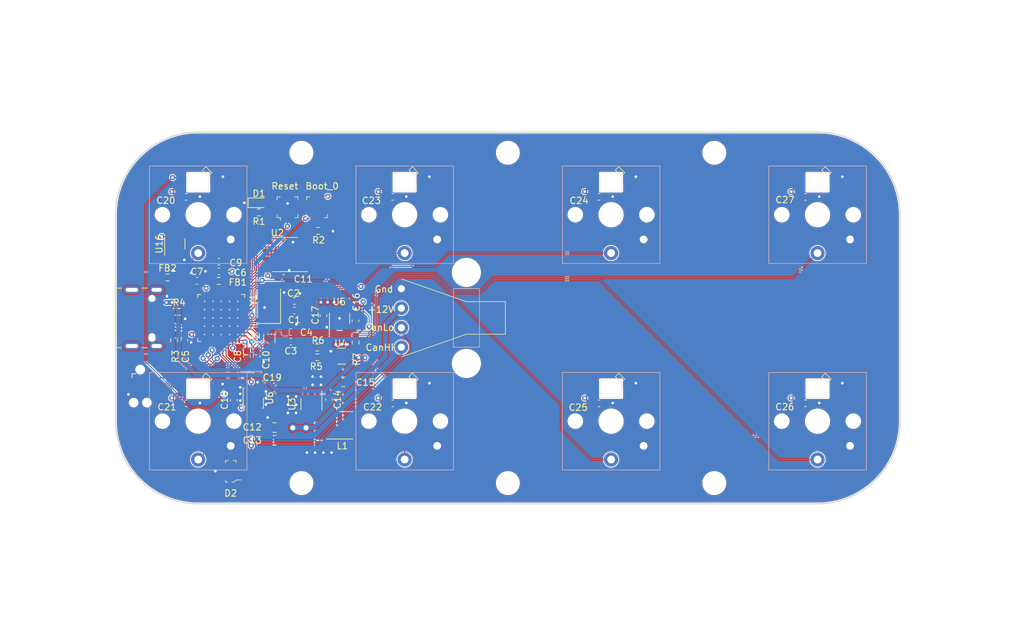
<source format=kicad_pcb>
(kicad_pcb (version 20221018) (generator pcbnew)
  (layers (0 "F.Cu" signal) (1 "In1.Cu" signal) (2 "In2.Cu" signal) (31 "B.Cu" signal) (34 "B.Paste" user) (35 "F.Paste" user) (36 "B.SilkS" user "B.Silkscreen") (37 "F.SilkS" user "F.Silkscreen") (38 "B.Mask" user) (39 "F.Mask" user) (44 "Edge.Cuts" user))
  (net 0 "")
  (net 1 "GND")
  (net 2 "Net-(U1-PF0)")
  (net 3 "Net-(U1-PF1)")
  (net 4 "Net-(U1-PC14)")
  (net 5 "Net-(U1-PC15)")
  (net 6 "+3.3V")
  (net 7 "Ignition")
  (net 8 "Net-(U3-SW)")
  (net 9 "Net-(U3-CB)")
  (net 10 "Regulated 5V")
  (net 11 "+5V")
  (net 12 "Net-(D1-A)")
  (net 13 "Can-")
  (net 14 "Can+")
  (net 15 "Net-(U1-VDDA)")
  (net 16 "/Mcu/Usb_Shield")
  (net 17 "/Mcu/SWDIO")
  (net 18 "/Mcu/RESET")
  (net 19 "/Mcu/SWCLK")
  (net 20 "/Mcu/SWO")
  (net 21 "Usb 5V")
  (net 22 "Net-(J2-CC1)")
  (net 23 "/Mcu/Usb D+")
  (net 24 "/Mcu/Usb D-")
  (net 26 "Net-(J2-CC2)")
  (net 28 "/Mcu/BOOT_0")
  (net 29 "Net-(U4-PR1)")
  (net 30 "PowerSwitchStatus")
  (net 31 "CanSilent")
  (net 32 "/Mcu/Memory_Hold")
  (net 33 "SPI1_Sclk")
  (net 34 "SPI1_Miso")
  (net 35 "SPI1_Mosi")
  (net 36 "/Mcu/SPI1_SS_Memory")
  (net 37 "/Mcu/Memory_Wp")
  (net 39 "CanRx")
  (net 40 "CanTx")
  (net 42 "Net-(U7-DO)")
  (net 43 "Sw1")
  (net 44 "Net-(U10-DI)")
  (net 45 "Net-(U13-DO)")
  (net 46 "Sw5")
  (net 47 "Net-(U11-DI)")
  (net 48 "Sw2")
  (net 49 "Net-(U10-DO)")
  (net 50 "Sw6")
  (net 51 "Net-(U11-DO)")
  (net 52 "Sw3")
  (net 53 "Net-(U12-DO)")
  (net 54 "Sw7")
  (net 55 "Sw4")
  (net 57 "Sw8")
  (net 64 "Net-(U16-Y)")
  (net 66 "RGB_DI")
  (net 72 "/Mcu/User_Led")
  (footprint "Package_SO:SSOP-8_3.9x5.05mm_P1.27mm" (layer "F.Cu") (at 64.1604 56.9214 180)
    (fp_text reference "U2")
    (fp_text value "MB85RS64")
  )
  (footprint "digikey-footprints:Switch_Tactile_SMD_B3U-1000P" (layer "F.Cu") (at 69.088 49.657 90)
    (fp_text reference "S2" hide)
    (fp_text value "B3U-1000P")
  )
  (footprint "Resistor_SMD:R_0603_1608Metric_Pad0.98x0.95mm_HandSolder" (layer "F.Cu") (at 47.879 65.7352)
    (fp_text reference "R4")
    (fp_text value "5.1K")
  )
  (footprint "Capacitor_SMD:C_0603_1608Metric_Pad1.08x0.95mm_HandSolder" (layer "F.Cu") (at 112.4469 79.8068)
    (fp_text reference "C25")
    (fp_text value "0.1uF")
  )
  (footprint "Package_TO_SOT_SMD:SOT-23-6_Handsoldering" (layer "F.Cu") (at 68.2076 79.934 -90)
    (fp_text reference "U3")
    (fp_text value "LMR50410Y5FQDBVRQ1")
  )
  (footprint "Connector_USB:USB_C_Receptacle_JAE_DX07S016JA1R1500" (layer "F.Cu") (at 41.7392 66.675 -90)
    (fp_text reference "J2" hide)
    (fp_text value "USB_C_Receptacle_USB2.0")
  )
  (footprint "Capacitor_SMD:C_0805_2012Metric_Pad1.18x1.45mm_HandSolder" (layer "F.Cu") (at 62.5348 83.5278 180)
    (fp_text reference "C12")
    (fp_text value "4.7uF")
  )
  (footprint "Capacitor_SMD:C_0603_1608Metric_Pad1.08x0.95mm_HandSolder" (layer "F.Cu") (at 70.0668 66.3298 -90)
    (fp_text reference "C17")
    (fp_text value "1uF")
  )
  (footprint "Capacitor_SMD:C_0603_1608Metric_Pad1.08x0.95mm_HandSolder" (layer "F.Cu") (at 58.293 72.5921 90)
    (fp_text reference "C8")
    (fp_text value "0.1uF")
  )
  (footprint "Crystal:Crystal_SMD_5032-4Pin_5.0x3.2mm" (layer "F.Cu") (at 61.6204 64.8716 90)
    (fp_text reference "Y1")
    (fp_text value "8MHz")
  )
  (footprint "Capacitor_SMD:C_0603_1608Metric_Pad1.08x0.95mm_HandSolder" (layer "F.Cu") (at 53.975 58.039)
    (fp_text reference "C9")
    (fp_text value "10nF")
  )
  (footprint "Capacitor_SMD:C_0603_1608Metric_Pad1.08x0.95mm_HandSolder" (layer "F.Cu") (at 70.8962 79.2266 90)
    (fp_text reference "C14")
    (fp_text value "0.1uF")
  )
  (footprint "Capacitor_SMD:C_0805_2012Metric_Pad1.18x1.45mm_HandSolder" (layer "F.Cu") (at 73.0862 76.5088 180)
    (fp_text reference "C15")
    (fp_text value "10uF")
  )
  (footprint "Resistor_SMD:R_0603_1608Metric_Pad0.98x0.95mm_HandSolder" (layer "F.Cu") (at 47.0916 70.104 -90)
    (fp_text reference "R3")
    (fp_text value "5.1K")
  )
  (footprint "Package_TO_SOT_SMD:SOT-23-5" (layer "F.Cu") (at 72.5408 66.7298 90)
    (fp_text reference "U5")
    (fp_text value "AP2112K-3.3")
  )
  (footprint "Capacitor_SMD:C_0603_1608Metric_Pad1.08x0.95mm_HandSolder" (layer "F.Cu") (at 65.0483 70.3326 180)
    (fp_text reference "C3")
    (fp_text value "10pF")
  )
  (footprint "Resistor_SMD:R_0603_1608Metric_Pad0.98x0.95mm_HandSolder" (layer "F.Cu") (at 53.975 60.9854 180)
    (fp_text reference "FB1")
    (fp_text value "FerriteBead_Small")
  )
  (footprint "Resistor_SMD:R_0603_1608Metric_Pad0.98x0.95mm_HandSolder" (layer "F.Cu") (at 60.1237 50.4444)
    (fp_text reference "R1")
    (fp_text value "65")
  )
  (footprint "Capacitor_SMD:C_0805_2012Metric_Pad1.18x1.45mm_HandSolder" (layer "F.Cu") (at 62.5348 85.4964 180)
    (fp_text reference "C13")
    (fp_text value "0.1uF")
  )
  (footprint "Capacitor_SMD:C_0603_1608Metric_Pad1.08x0.95mm_HandSolder" (layer "F.Cu") (at 48.9469 48.0568)
    (fp_text reference "C20")
    (fp_text value "0.1uF")
  )
  (footprint "Resistor_SMD:R_0603_1608Metric_Pad0.98x0.95mm_HandSolder" (layer "F.Cu") (at 69.237 53.291)
    (fp_text reference "R2")
    (fp_text value "10K")
  )
  (footprint "Capacitor_SMD:C_0603_1608Metric_Pad1.08x0.95mm_HandSolder" (layer "F.Cu") (at 50.5979 60.9854)
    (fp_text reference "C7")
    (fp_text value "0.1uF")
  )
  (footprint "Resistor_SMD:R_0603_1608Metric_Pad0.98x0.95mm_HandSolder" (layer "F.Cu") (at 69.1118 71.2256 180)
    (fp_text reference "R6")
    (fp_text value "10K")
  )
  (footprint "MyKiCadLibraries:SOTFL50P160X60-8N" (layer "F.Cu") (at 72.8202 72.5464)
    (fp_text reference "U4")
    (fp_text value "TPS2116DRLR")
  )
  (footprint "MyKiCadLibraries:Tie Wrap Connector" (layer "F.Cu") (at 82.042 66.675 90)
    (fp_text reference "J3" hide)
    (fp_text value "Conn_01x04")
  )
  (footprint "Connector:Tag-Connect_TC2030-IDC-NL_2x03_P1.27mm_Vertical" (layer "F.Cu") (at 41.8846 77.1652 -90)
    (fp_text reference "J1" hide)
    (fp_text value "Conn_ARM_SWD_TagConnect_TC2030-NL")
  )
  (footprint "Capacitor_SMD:C_0603_1608Metric_Pad1.08x0.95mm_HandSolder" (layer "F.Cu") (at 53.975 59.5122)
    (fp_text reference "C6")
    (fp_text value "1uF")
  )
  (footprint "Capacitor_SMD:C_0603_1608Metric_Pad1.08x0.95mm_HandSolder" (layer "F.Cu") (at 65.5828 65.532 180)
    (fp_text reference "C1")
    (fp_text value "10pF")
  )
  (footprint "Capacitor_SMD:C_0603_1608Metric_Pad1.08x0.95mm_HandSolder" (layer "F.Cu") (at 65.5828 64.0588 180)
    (fp_text reference "C2")
    (fp_text value "10pF")
  )
  (footprint "Capacitor_SMD:C_0603_1608Metric_Pad1.08x0.95mm_HandSolder" (layer "F.Cu") (at 65.0483 68.8594 180)
    (fp_text reference "C4")
    (fp_text value "10pF")
  )
  (footprint "Capacitor_SMD:C_0603_1608Metric_Pad1.08x0.95mm_HandSolder" (layer "F.Cu") (at 80.6958 79.8068)
    (fp_text reference "C22")
    (fp_text value "0.1uF")
  )
  (footprint "Capacitor_SMD:C_0603_1608Metric_Pad1.08x0.95mm_HandSolder" (layer "F.Cu") (at 74.9944 67.1298 90)
    (fp_text reference "C16")
    (fp_text value "1uF")
  )
  (footprint "Capacitor_SMD:C_0603_1608Metric_Pad1.08x0.95mm_HandSolder" (layer "F.Cu") (at 63.9318 60.5282)
    (fp_text reference "C11")
    (fp_text value "0.1uF")
  )
  (footprint "Package_DFN_QFN:QFN-48-1EP_7x7mm_P0.5mm_EP5.6x5.6mm_ThermalVias" (layer "F.Cu") (at 54.3381 66.675 180)
    (fp_text reference "U1" hide)
    (fp_text value "STM32G491CEUx")
  )
  (footprint "Capacitor_SMD:C_0603_1608Metric_Pad1.08x0.95mm_HandSolder" (layer "F.Cu") (at 59.7916 72.5921 90)
    (fp_text reference "C10")
    (fp_text value "0.1uF")
  )
  (footprint "Capacitor_SMD:C_0603_1608Metric_Pad1.08x0.95mm_HandSolder" (layer "F.Cu") (at 144.1969 48.0568)
    (fp_text reference "C27")
    (fp_text value "0.1uF")
  )
  (footprint "digikey-footprints:SOT-23-3" (layer "F.Cu") (at 55.8206 90.2564 180)
    (fp_text reference "D2")
    (fp_text value "PESD2CAN_215")
  )
  (footprint "MountingHole:MountingHole_3.2mm_M3_DIN965" (layer "F.Cu") (at 66.675 92.075)
    (fp_text reference "REF**3" hide)
    (fp_text value "MountingHole_3.2mm_M3_DIN965")
  )
  (footprint "Capacitor_SMD:C_0603_1608Metric_Pad1.08x0.95mm_HandSolder" (layer "F.Cu") (at 144.1969 79.8068)
    (fp_text reference "C26")
    (fp_text value "0.1uF")
  )
  (footprint "MountingHole:MountingHole_3.2mm_M3_DIN965" (layer "F.Cu") (at 98.425 41.275)
    (fp_text reference "REF**1" hide)
    (fp_text value "MountingHole_3.2mm_M3_DIN965")
  )
  (footprint "MountingHole:MountingHole_3.2mm_M3_DIN965" (layer "F.Cu") (at 130.175 41.275)
    (fp_text reference "REF**2" hide)
    (fp_text value "MountingHole_3.2mm_M3_DIN965")
  )
  (footprint "Resistor_SMD:R_0603_1608Metric_Pad0.98x0.95mm_HandSolder" (layer "F.Cu") (at 46.0775 60.452)
    (fp_text reference "FB2")
    (fp_text value "FerriteBead_Small")
  )
  (footprint "digikey-footprints:Switch_Tactile_SMD_B3U-1000P" (layer "F.Cu") (at 64.538 49.657 90)
    (fp_text reference "S1" hide)
    (fp_text value "B3U-1000P")
  )
  (footprint "Package_DFN_QFN:DFN-8-1EP_3x3mm_P0.65mm_EP1.55x2.4mm" (layer "F.Cu") (at 59.2738 78.9946 -90)
    (fp_text reference "U6")
    (fp_text value "MCP2558FD-xMF")
  )
  (footprint "Capacitor_SMD:C_0603_1608Metric_Pad1.08x0.95mm_HandSolder" (layer "F.Cu") (at 59.2836 75.6158)
    (fp_text reference "C19")
    (fp_text value "0.1uF")
  )
  (footprint "MountingHole:MountingHole_3.2mm_M3_DIN965" (layer "F.Cu") (at 66.675 41.275)
    (fp_text reference "REF**" hide)
    (fp_text value "MountingHole_3.2mm_M3_DIN965")
  )
  (footprint "MountingHole:MountingHole_3.2mm_M3_DIN965" (layer "F.Cu") (at 98.425 92.075)
    (fp_text reference "REF**4" hide)
    (fp_text value "MountingHole_3.2mm_M3_DIN965")
  )
  (footprint "Inductor_SMD_Wurth:L_Wurth_WE-LQSH-4020" (layer "F.Cu") (at 72.5662 83.189)
    (fp_text reference "L1")
    (fp_text value "6.8uH")
  )
  (footprint "Capacitor_SMD:C_0603_1608Metric_Pad1.08x0.95mm_HandSolder" (layer "F.Cu") (at 48.6664 70.104 90)
    (fp_text reference "C5")
    (fp_text value "0.1uF")
  )
  (footprint "LED_SMD:LED_0603_1608Metric_Pad1.05x0.95mm_HandSolder" (layer "F.Cu") (at 60.1462 48.9712)
    (fp_text reference "D1")
    (fp_text value "LED_Small")
  )
  (footprint "Capacitor_SMD:C_0603_1608Metric_Pad1.08x0.95mm_HandSolder" (layer "F.Cu") (at 80.6947 48.0568)
    (fp_text reference "C23")
    (fp_text value "0.1uF")
  )
  (footprint "Package_TO_SOT_SMD:SOT-23-5" (layer "F.Cu") (at 47.2034 55.3013 90)
    (fp_text reference "U16")
    (fp_text value "SN74LV1T34DBV")
  )
  (footprint "Capacitor_SMD:C_0603_1608Metric_Pad1.08x0.95mm_HandSolder" (layer "F.Cu") (at 112.4469 48.0568)
    (fp_text reference "C24")
    (fp_text value "0.1uF")
  )
  (footprint "Resistor_SMD:R_0603_1608Metric_Pad0.98x0.95mm_HandSolder" (layer "F.Cu") (at 69.1118 72.7242)
    (fp_text reference "R5")
    (fp_text value "10K")
  )
  (footprint "Capacitor_SMD:C_0603_1608Metric_Pad1.08x0.95mm_HandSolder" (layer "F.Cu") (at 56.2864 79.3242 90)
    (fp_text reference "C18")
    (fp_text value "0.1uF")
  )
  (footprint "Crystal:Crystal_SMD_3215-2Pin_3.2x1.5mm" (layer "F.Cu") (at 61.7474 69.85 90)
    (fp_text reference "Y2")
    (fp_text value "32.768kHz")
  )
  (footprint "MountingHole:MountingHole_3.2mm_M3_DIN965" (layer "F.Cu") (at 130.175 92.075)
    (fp_text reference "REF**5" hide)
    (fp_text value "MountingHole_3.2mm_M3_DIN965")
  )
  (footprint "Capacitor_SMD:C_0603_1608Metric_Pad1.08x0.95mm_HandSolder" (layer "F.Cu") (at 48.9469 79.8068)
    (fp_text reference "C21")
    (fp_text value "0.1uF")
  )
  (footprint "Resistor_SMD:R_0603_1608Metric_Pad0.98x0.95mm_HandSolder" (layer "F.Cu") (at 75.0046 70.4655 -90)
    (fp_text reference "R7")
    (fp_text value "10K")
  )
  (footprint "MyKiCadLibraries:SW_Kailh_Choc_RGB" (layer "B.Cu") (at 82.55 50.8 180)
    (fp_text reference "U13" hide)
    (fp_text value "~")
    (fp_rect (start -1.65 6.4) (end 1.65 3.6) (stroke (width 0.05)) (fill none) (layer "Edge.Cuts"))
  )
  (footprint "MyKiCadLibraries:SW_Kailh_Choc_RGB" (layer "B.Cu") (at 114.3 82.55 180)
    (fp_text reference "U10" hide)
    (fp_text value "~")
    (fp_rect (start -1.65 6.4) (end 1.65 3.6) (stroke (width 0.05)) (fill none) (layer "Edge.Cuts"))
  )
  (footprint "MyKiCadLibraries:SW_Kailh_Choc_RGB" (layer "B.Cu") (at 146.05 50.8 180)
    (fp_text reference "U14" hide)
    (fp_text value "~")
    (fp_rect (start -1.65 6.4) (end 1.65 3.6) (stroke (width 0.05)) (fill none) (layer "Edge.Cuts"))
  )
  (footprint "MyKiCadLibraries:SW_Kailh_Choc_RGB" (layer "B.Cu") (at 146.05 82.55 180)
    (fp_text reference "U12" hide)
    (fp_text value "~")
    (fp_rect (start -1.65 6.4) (end 1.65 3.6) (stroke (width 0.05)) (fill none) (layer "Edge.Cuts"))
  )
  (footprint "MyKiCadLibraries:SW_Kailh_Choc_RGB" (layer "B.Cu") (at 114.3 50.8 180)
    (fp_text reference "U8" hide)
    (fp_text value "~")
    (fp_rect (start -1.65 6.4) (end 1.65 3.6) (stroke (width 0.05)) (fill none) (layer "Edge.Cuts"))
  )
  (footprint "MyKiCadLibraries:SW_Kailh_Choc_RGB" (layer "B.Cu") (at 50.8 50.8 180)
    (fp_text reference "U7" hide)
    (fp_text value "~")
    (fp_rect (start -1.65 6.4) (end 1.65 3.6) (stroke (width 0.05)) (fill none) (layer "Edge.Cuts"))
  )
  (footprint "MyKiCadLibraries:SW_Kailh_Choc_RGB" (layer "B.Cu") (at 50.8 82.55 180)
    (fp_text reference "U9" hide)
    (fp_text value "~")
    (fp_rect (start -1.65 6.4) (end 1.65 3.6) (stroke (width 0.05)) (fill none) (layer "Edge.Cuts"))
  )
  (footprint "MyKiCadLibraries:SW_Kailh_Choc_RGB" (layer "B.Cu") (at 82.55 82.55 180)
    (fp_text reference "U11" hide)
    (fp_text value "~")
    (fp_rect (start -1.65 6.4) (end 1.65 3.6) (stroke (width 0.05)) (fill none) (layer "Edge.Cuts"))
  )
  (gr_line (start 50.8 38.1) (end 146.05 38.1) (stroke (width 0.16)) (layer "Edge.Cuts"))
  (gr_arc (start 146.05 38.1) (mid 155.030256 41.819744) (end 158.75 50.8) (stroke (width 0.16)) (layer "Edge.Cuts"))
  (gr_arc (start 158.75 82.55) (mid 155.030256 91.530256) (end 146.05 95.25) (stroke (width 0.16)) (layer "Edge.Cuts"))
  (gr_line (start 38.1 82.55) (end 38.1 50.8) (stroke (width 0.16)) (layer "Edge.Cuts"))
  (gr_arc (start 50.8 95.25) (mid 41.819744 91.530256) (end 38.1 82.55) (stroke (width 0.16)) (layer "Edge.Cuts"))
  (gr_line (start 146.05 95.25) (end 50.8 95.25) (stroke (width 0.16)) (layer "Edge.Cuts"))
  (gr_line (start 158.75 50.8) (end 158.75 82.55) (stroke (width 0.16)) (layer "Edge.Cuts"))
  (gr_arc (start 38.1 50.8) (mid 41.819744 41.819744) (end 50.8 38.1) (stroke (width 0.16)) (layer "Edge.Cuts"))
  (gr_text "CanLo" (at 76.3016 68.7324) (layer "F.SilkS") (effects (font (size 1 1)) (justify left bottom)))
  (gr_text "Boot_0" (at 67.2084 46.99) (layer "F.SilkS") (effects (font (size 1 1)) (justify left bottom)))
  (gr_text "CanHi" (at 76.454 71.8058) (layer "F.SilkS") (effects (font (size 1 1)) (justify left bottom)))
  (gr_text "+12V" (at 76.7842 65.9638) (layer "F.SilkS") (effects (font (size 1 1)) (justify left bottom)))
  (gr_text "Reset" (at 61.976 46.99) (layer "F.SilkS") (effects (font (size 1 1)) (justify left bottom)))
  (gr_text "Gnd" (at 77.851 62.8396) (layer "F.SilkS") (effects (font (size 1 1)) (justify left bottom)))
  (segment (start 60.1461 75.6158) (end 60.1461 76.343658) (width 0.1524) (layer "F.Cu") (net 1))
  (segment (start 54.5472 76.847) (end 54.5592 76.835) (width 0.1524) (layer "F.Cu") (net 1))
  (segment (start 64.7943 59.3609) (end 64.7954 59.3598) (width 0.1524) (layer "F.Cu") (net 1))
  (segment (start 145.0594 48.0568) (end 146.2532 48.0568) (width 0.25) (layer "F.Cu") (net 1))
  (segment (start 117.971 76.847) (end 118.11 76.708) (width 0.25) (layer "F.Cu") (net 1))
  (segment (start 65.9108 67.6678) (end 65.913 67.6656) (width 0.1524) (layer "F.Cu") (net 1))
  (segment (start 46.99 60.452) (end 46.99 59.4106) (width 0.1524) (layer "F.Cu") (net 1))
  (segment (start 54.7706 90.2564) (end 53.4518 90.2564) (width 0.1524) (layer "F.Cu") (net 1))
  (segment (start 82.7532 79.8068) (end 82.804 79.756) (width 0.25) (layer "F.Cu") (net 1))
  (segment (start 48.7915 65.7352) (end 48.7915 66.8001) (width 0.1524) (layer "F.Cu") (net 1))
  (segment (start 45.7466 63.575) (end 45.9994 63.3222) (width 0.1524) (layer "F.Cu") (net 1))
  (segment (start 53.1125 59.5122) (end 51.9176 59.5122) (width 0.1524) (layer "F.Cu") (net 1))
  (segment (start 59.2738 78.9946) (end 57.6574 78.9946) (width 0.1524) (layer "F.Cu") (net 1))
  (segment (start 149.721 45.097) (end 149.86 44.958) (width 0.25) (layer "F.Cu") (net 1))
  (segment (start 48.7915 66.8001) (end 48.7934 66.802) (width 0.1524) (layer "F.Cu") (net 1))
  (segment (start 74.9944 66.2673) (end 74.9944 65.2668) (width 0.2032) (layer "F.Cu") (net 1))
  (segment (start 59.5988 76.890958) (end 59.92906 76.560698) (width 0.1524) (layer "F.Cu") (net 1))
  (segment (start 148.59 76.847) (end 149.721 76.847) (width 0.25) (layer "F.Cu") (net 1))
  (segment (start 70.1495 53.291) (end 71.4774 53.291) (width 0.1524) (layer "F.Cu") (net 1))
  (segment (start 53.4518 90.2564) (end 53.4416 90.2462) (width 0.1524) (layer "F.Cu") (net 1))
  (segment (start 66.4453 65.532) (end 66.4453 64.0588) (width 0.1524) (layer "F.Cu") (net 1))
  (segment (start 113.3094 48.0568) (end 114.5032 48.0568) (width 0.25) (layer "F.Cu") (net 1))
  (segment (start 72.0852 71.7964) (end 71.1812 71.7964) (width 0.2032) (layer "F.Cu") (net 1))
  (segment (start 66.4453 62.9169) (end 66.4464 62.9158) (width 0.1524) (layer "F.Cu") (net 1))
  (segment (start 61.4973 85.4964) (end 61.4973 83.5278) (width 0.1524) (layer "F.Cu") (net 1))
  (segment (start 149.721 76.847) (end 149.86 76.708) (width 0.25) (layer "F.Cu") (net 1))
  (segment (start 61.4973 83.5278) (end 61.4973 81.9951) (width 0.1524) (layer "F.Cu") (net 1))
  (segment (start 85.09 76.847) (end 86.221 76.847) (width 0.25) (layer "F.Cu") (net 1))
  (segment (start 60.6204 65.4652) (end 61.0108 65.0748) (width 0.1524) (layer "F.Cu") (net 1))
  (segment (start 60.8562 73.4546) (end 60.8584 73.4568) (width 0.1524) (layer "F.Cu") (net 1))
  (segment (start 81.5572 48.0568) (end 82.7532 48.0568) (width 0.25) (layer "F.Cu") (net 1))
  (segment (start 65.9108 68.8594) (end 65.9108 67.6678) (width 0.1524) (layer "F.Cu") (net 1))
  (segment (start 49.7354 60.9854) (end 49.7354 59.743) (width 0.1524) (layer "F.Cu") (net 1))
  (segment (start 148.59 45.097) (end 149.721 45.097) (width 0.25) (layer "F.Cu") (net 1))
  (segment (start 57.1743 78.4617) (end 57.277 78.359) (width 0.1524) (layer "F.Cu") (net 1))
  (segment (start 44.7892 69.775) (end 45.137 69.775) (width 0.1524) (layer "F.Cu") (net 1))
  (segment (start 53.34 76.847) (end 54.5472 76.847) (width 0.1524) (layer "F.Cu") (net 1))
  (segment (start 71.4774 53.291) (end 71.5264 53.34) (width 0.1524) (layer "F.Cu") (net 1))
  (segment (start 145.0594 79.8068) (end 146.2532 79.8068) (width 0.25) (layer "F.Cu") (net 1))
  (segment (start 70.0668 67.5832) (end 70.585 68.1014) (width 0.2032) (layer "F.Cu") (net 1))
  (segment (start 54.471 45.097) (end 54.61 44.958) (width 0.25) (layer "F.Cu") (net 1))
  (segment (start 53.34 45.097) (end 54.471 45.097) (width 0.25) (layer "F.Cu") (net 1))
  (segment (start 53.1125 59.5122) (end 53.1125 58.039) (width 0.1524) (layer "F.Cu") (net 1))
  (segment (start 65.9108 70.3326) (end 65.9108 68.8594) (width 0.1524) (layer "F.Cu") (net 1))
  (segment (start 46.3785 71.0165) (end 47.0916 71.0165) (width 0.1524) (layer "F.Cu") (net 1))
  (segment (start 41.2496 78.4352) (end 40.0812 78.4352) (width 0.1524) (layer "F.Cu") (net 1))
  (segment (start 72.5408 67.8673) (end 72.5408 66.7298) (width 0.508) (layer "F.Cu") (net 1))
  (segment (start 64.538 47.957) (end 64.538 49.0694) (width 0.1524) (layer "F.Cu") (net 1))
  (segment (start 116.84 76.847) (end 117.971 76.847) (width 0.25) (layer "F.Cu") (net 1))
  (segment (start 63.5498 63.2216) (end 64.008 62.7634) (width 0.1524) (layer "F.Cu") (net 1))
  (segment (start 60.6204 66.5216) (end 60.6204 65.4652) (width 0.1524) (layer "F.Cu") (net 1))
  (segment (start 81.5583 79.8068) (end 82.7532 79.8068) (width 0.25) (layer "F.Cu") (net 1))
  (segment (start 70.0668 67.1923) (end 70.0668 67.5832) (width 0.2032) (layer "F.Cu") (net 1))
  (segment (start 62.6204 63.2216) (end 63.5498 63.2216) (width 0.1524) (layer "F.Cu") (net 1))
  (segment (start 56.2864 78.4617) (end 57.1743 78.4617) (width 0.1524) (layer "F.Cu") (net 1))
  (segment (start 61.4973 81.9951) (end 61.4934 81.9912) (width 0.1524) (layer "F.Cu") (net 1))
  (segment (start 49.7078 70.4342) (end 49.1755 70.9665) (width 0.1524) (layer "F.Cu") (net 1))
  (segment (start 64.7943 60.5282) (end 64.7943 59.3609) (width 0.1524) (layer "F.Cu") (net 1))
  (segment (start 49.8094 48.0568) (end 51.0032 48.0568) (width 0.25) (layer "F.Cu") (net 1))
  (segment (start 66.8354 55.0164) (end 65.3796 55.0164) (width 0.1524) (layer "F.Cu") (net 1))
  (segment (start 45.137 69.775) (end 46.3785 71.0165) (width 0.1524) (layer "F.Cu") (net 1))
  (segment (start 49.7354 59.743) (end 49.7332 59.7408) (width 0.1524) (layer "F.Cu") (net 1))
  (segment (start 47.0916 71.0165) (end 48.6164 71.0165) (width 0.1524) (layer "F.Cu") (net 1))
  (segment (start 74.9944 65.2668) (end 75.0046 65.2566) (width 0.2032) (layer "F.Cu") (net 1))
  (segment (start 86.221 45.097) (end 86.36 44.958) (width 0.25) (layer "F.Cu") (net 1))
  (segment (start 58.293 73.4546) (end 59.7916 73.4546) (width 0.1524) (layer "F.Cu") (net 1))
  (segment (start 64.538 49.0694) (end 64.5414 49.0728) (width 0.1524) (layer "F.Cu") (net 1))
  (segment (start 146.2532 48.0568) (end 146.304 48.006) (width 0.25) (layer "F.Cu") (net 1))
  (segment (start 48.1534 56.4388) (end 48.1534 57.2212) (width 0.1524) (layer "F.Cu") (net 1))
  (segment (start 60.1461 76.343658) (end 59.92906 76.560698) (width 0.1524) (layer "F.Cu") (net 1))
  (segment (start 57.6574 78.9946) (end 57.277 79.375) (width 0.1524) (layer "F.Cu") (net 1))
  (segment (start 117.971 45.097) (end 118.11 44.958) (width 0.25) (layer "F.Cu") (net 1))
  (segment (start 116.84 45.097) (end 117.971 45.097) (width 0.25) (layer "F.Cu") (net 1))
  (segment (start 86.221 76.847) (end 86.36 76.708) (width 0.25) (layer "F.Cu") (net 1))
  (segment (start 48.6164 71.0165) (end 48.6664 70.9665) (width 0.1524) (layer "F.Cu") (net 1))
  (segment (start 48.1534 57.2212) (end 48.6664 57.7342) (width 0.1524) (layer "F.Cu") (net 1))
  (segment (start 146.2532 79.8068) (end 146.304 79.756) (width 0.25) (layer "F.Cu") (net 1))
  (segment (start 59.7916 73.4546) (end 60.8562 73.4546) (width 0.1524) (layer "F.Cu") (net 1))
  (segment (start 82.7532 48.0568) (end 82.804 48.006) (width 0.25) (layer "F.Cu") (net 1))
  (segment (start 66.4453 64.0588) (end 66.4453 62.9169) (width 0.1524) (layer "F.Cu") (net 1))
  (segment (start 85.09 45.097) (end 86.221 45.097) (width 0.25) (layer "F.Cu") (net 1))
  (segment (start 113.3094 79.8068) (end 114.5032 79.8068) (width 0.25) (layer "F.Cu") (net 1))
  (segment (start 114.5032 79.8068) (end 114.554 79.756) (width 0.25) (layer "F.Cu") (net 1))
  (segment (start 59.5988 77.4446) (end 59.5988 76.890958) (width 0.1524) (layer "F.Cu") (net 1))
  (segment (start 51.0032 48.0568) (end 51.054 48.006) (width 0.25) (layer "F.Cu") (net 1))
  (segment (start 59.2712 48.9712) (end 57.8866 48.9712) (width 0.1524) (layer "F.Cu") (net 1))
  (segment (start 114.5032 48.0568) (end 114.554 48.006) (width 0.25) (layer "F.Cu") (net 1))
  (segment (start 49.1755 70.9665) (end 48.6664 70.9665) (width 0.1524) (layer "F.Cu") (net 1))
  (segment (start 51.0032 79.8068) (end 51.054 79.756) (width 0.25) (layer "F.Cu") (net 1))
  (segment (start 49.8094 79.8068) (end 51.0032 79.8068) (width 0.25) (layer "F.Cu") (net 1))
  (segment (start 44.7892 63.575) (end 45.7466 63.575) (width 0.1524) (layer "F.Cu") (net 1))
  (segment (start 71.1812 71.7964) (end 71.1692 71.7844) (width 0.2032) (layer "F.Cu") (net 1))
  (via (at 61.214 77.978) (size 0.8) (drill 0.4) (layers "F.Cu" "B.Cu") (net 1))
  (via (at 114.554 48.006) (size 0.8) (drill 0.4) (layers "F.Cu" "B.Cu") (net 1))
  (via (at 118.11 76.708) (size 0.8) (drill 0.4) (layers "F.Cu" "B.Cu") (net 1))
  (via (at 54.5592 76.835) (size 0.8) (drill 0.4) (layers "F.Cu" "B.Cu") (net 1))
  (via (at 69.6706 75.696) (size 0.8) (drill 0.4) (layers "F.Cu" "B.Cu") (net 1))
  (via (at 65.913 67.6656) (size 0.8) (drill 0.4) (layers "F.Cu" "B.Cu") (net 1))
  (via (at 68.7816 87.38) (size 0.8) (drill 0.4) (layers "F.Cu" "B.Cu") (net 1))
  (via (at 64.5906 81.284) (size 0.8) (drill 0.4) (layers "F.Cu" "B.Cu") (net 1))
  (via (at 46.99 59.4106) (size 0.8) (drill 0.4) (layers "F.Cu" "B.Cu") (net 1))
  (via (at 60.8584 73.4568) (size 0.8) (drill 0.4) (layers "F.Cu" "B.Cu") (net 1))
  (via (at 70.0516 87.38) (size 0.8) (drill 0.4) (layers "F.Cu" "B.Cu") (net 1))
  (via (at 48.6664 57.7342) (size 0.8) (drill 0.4) (layers "F.Cu" "B.Cu") (net 1))
  (via (at 64.5906 78.744) (size 0.8) (drill 0.4) (layers "F.Cu" "B.Cu") (net 1))
  (via (at 51.9176 59.5122) (size 0.8) (drill 0.4) (layers "F.Cu" "B.Cu") (net 1))
  (via (at 146.304 79.756) (size 0.8) (drill 0.4) (layers "F.Cu" "B.Cu") (net 1))
  (via (at 68.4006 75.696) (size 0.8) (drill 0.4) (layers "F.Cu" "B.Cu") (net 1))
  (via (at 57.277 77.343) (size 0.8) (drill 0.4) (layers "F.Cu" "B.Cu") (net 1))
  (via (at 61.0108 65.0748) (size 0.8) (drill 0.4) (layers "F.Cu" "B.Cu") (net 1))
  (via (at 75.0046 65.2566) (size 0.8) (drill 0.4) (layers "F.Cu" "B.Cu") (net 1))
  (via (at 51.054 48.006) (size 0.8) (drill 0.4) (layers "F.Cu" "B.Cu") (net 1))
  (via (at 64.5414 49.0728) (size 0.8) (drill 0.4) (layers "F.Cu" "B.Cu") (net 1))
  (via (at 64.7954 59.3598) (size 0.8) (drill 0.4) (layers "F.Cu" "B.Cu") (net 1))
  (via (at 61.4934 81.9912) (size 0.8) (drill 0.4) (layers "F.Cu" "B.Cu") (net 1))
  (via (at 57.277 78.359) (size 0.8) (drill 0.4) (layers "F.Cu" "B.Cu") (net 1))
  (via (at 67.5116 87.38) (size 0.8) (drill 0.4) (layers "F.Cu" "B.Cu") (net 1))
  (via (at 57.277 79.375) (size 0.8) (drill 0.4) (layers "F.Cu" "B.Cu") (net 1))
  (via (at 146.304 48.006) (size 0.8) (drill 0.4) (layers "F.Cu" "B.Cu") (net 1))
  (via (at 64.008 62.7634) (size 0.8) (drill 0.4) (layers "F.Cu" "B.Cu") (net 1))
  (via (at 64.5906 80.014) (size 0.8) (drill 0.4) (layers "F.Cu" "B.Cu") (net 1))
  (via (at 51.054 79.756) (size 0.8) (drill 0.4) (layers "F.Cu" "B.Cu") (net 1))
  (via (at 45.9994 63.3222) (size 0.8) (drill 0.4) (layers "F.Cu" "B.Cu") (net 1))
  (via (at 61.214 80.01) (size 0.8) (drill 0.4) (layers "F.Cu" "B.Cu") (net 1))
  (via (at 114.554 79.756) (size 0.8) (drill 0.4) (layers "F.Cu" "B.Cu") (net 1))
  (via (at 49.7332 59.7408) (size 0.8) (drill 0.4) (layers "F.Cu" "B.Cu") (net 1))
  (via (at 82.804 79.756) (size 0.8) (drill 0.4) (layers "F.Cu" "B.Cu") (net 1))
  (via (at 71.5264 53.34) (size 0.8) (drill 0.4) (layers "F.Cu" "B.Cu") (net 1))
  (via (at 49.7078 70.4342) (size 0.8) (drill 0.4) (layers "F.Cu" "B.Cu") (net 1))
  (via (at 65.8606 81.284) (size 0.8) (drill 0.4) (layers "F.Cu" "B.Cu") (net 1))
  (via (at 66.4464 62.9158) (size 0.8) (drill 0.4) (layers "F.Cu" "B.Cu") (net 1))
  (via (at 48.7934 66.802) (size 0.8) (drill 0.4) (layers "F.Cu" "B.Cu") (net 1))
  (via (at 69.6706 76.966) (size 0.8) (drill 0.4) (layers "F.Cu" "B.Cu") (net 1))
  (via (at 57.8866 48.9712) (size 0.8) (drill 0.4) (layers "F.Cu" "B.Cu") (net 1))
  (via (at 65.3796 55.0164) (size 0.8) (drill 0.4) (layers "F.Cu" "B.Cu") (net 1))
  (via (at 54.61 44.958) (size 0.8) (drill 0.4) (layers "F.Cu" "B.Cu") (net 1))
  (via (at 65.8606 78.744) (size 0.8) (drill 0.4) (layers "F.Cu" "B.Cu") (net 1))
  (via (at 65.8606 80.014) (size 0.8) (drill 0.4) (layers "F.Cu" "B.Cu") (net 1))
  (via (at 86.36 76.708) (size 0.8) (drill 0.4) (layers "F.Cu" "B.Cu") (net 1))
  (via (at 82.804 48.006) (size 0.8) (drill 0.4) (layers "F.Cu" "B.Cu") (net 1))
  (via (at 61.214 78.994) (size 0.8) (drill 0.4) (layers "F.Cu" "B.Cu") (net 1))
  (via (at 71.1692 71.7844) (size 0.8) (drill 0.4) (layers "F.Cu" "B.Cu") (net 1))
  (via (at 72.5408 66.7298) (size 0.8) (drill 0.4) (layers "F.Cu" "B.Cu") (net 1))
  (via (at 40.0812 78.4352) (size 0.8) (drill 0.4) (layers "F.Cu" "B.Cu") (net 1))
  (via (at 149.86 76.708) (size 0.8) (drill 0.4) (layers "F.Cu" "B.Cu") (net 1))
  (via (at 118.11 44.958) (size 0.8) (drill 0.4) (layers "F.Cu" "B.Cu") (net 1))
  (via (at 71.3216 87.38) (size 0.8) (drill 0.4) (layers "F.Cu" "B.Cu") (net 1))
  (via (at 86.36 44.958) (size 0.8) (drill 0.4) (layers "F.Cu" "B.Cu") (net 1))
  (via (at 149.86 44.958) (size 0.8) (drill 0.4) (layers "F.Cu" "B.Cu") (net 1))
  (via (at 53.4416 90.2462) (size 0.8) (drill 0.4) (layers "F.Cu" "B.Cu") (net 1))
  (via (at 68.4006 76.966) (size 0.8) (drill 0.4) (layers "F.Cu" "B.Cu") (net 1))
  (via (at 70.585 68.1014) (size 0.8) (drill 0.4) (layers "F.Cu" "B.Cu") (net 1))
  (via (at 59.92906 76.560698) (size 0.8) (drill 0.4) (layers "F.Cu" "B.Cu") (net 1))
  (segment (start 62.6204 66.5216) (end 63.7307 66.5216) (width 0.1524) (layer "F.Cu") (net 2))
  (segment (start 57.7756 67.425) (end 57.9008 67.5502) (width 0.1524) (layer "F.Cu") (net 2))
  (segment (start 63.7307 66.5216) (end 64.7203 65.532) (width 0.1524) (layer "F.Cu") (net 2))
  (segment (start 57.9008 67.5502) (end 61.5918 67.5502) (width 0.1524) (layer "F.Cu") (net 2))
  (segment (start 61.5918 67.5502) (end 62.6204 66.5216) (width 0.1524) (layer "F.Cu") (net 2))
  (segment (start 64.5289 64.2502) (end 64.7203 64.0588) (width 0.1524) (layer "F.Cu") (net 3))
  (segment (start 61.649 64.2502) (end 64.5289 64.2502) (width 0.1524) (layer "F.Cu") (net 3))
  (segment (start 60.6204 63.2216) (end 61.649 64.2502) (width 0.1524) (layer "F.Cu") (net 3))
  (segment (start 57.7756 66.925) (end 59.2876 66.925) (width 0.1524) (layer "F.Cu") (net 3))
  (segment (start 59.2876 66.925) (end 59.713316 66.499284) (width 0.1524) (layer "F.Cu") (net 3))
  (segment (start 59.713316 64.128684) (end 60.6204 63.2216) (width 0.1524) (layer "F.Cu") (net 3))
  (segment (start 59.713316 66.499284) (end 59.713316 64.128684) (width 0.1524) (layer "F.Cu") (net 3))
  (segment (start 59.0724 68.425) (end 61.7474 71.1) (width 0.1524) (layer "F.Cu") (net 4))
  (segment (start 61.7474 71.1) (end 63.4184 71.1) (width 0.1524) (layer "F.Cu") (net 4))
  (segment (start 57.7756 68.425) (end 59.0724 68.425) (width 0.1524) (layer "F.Cu") (net 4))
  (segment (start 63.4184 71.1) (end 64.1858 70.3326) (width 0.1524) (layer "F.Cu") (net 4))
  (segment (start 63.9264 68.6) (end 64.1858 68.8594) (width 0.1524) (layer "F.Cu") (net 5))
  (segment (start 57.7756 67.925) (end 61.0724 67.925) (width 0.1524) (layer "F.Cu") (net 5))
  (segment (start 61.0724 67.925) (end 61.7474 68.6) (width 0.1524) (layer "F.Cu") (net 5))
  (segment (start 61.7474 68.6) (end 63.9264 68.6) (width 0.1524) (layer "F.Cu") (net 5))
  (segment (start 40.855901 75.501501) (end 40.855901 74.231499) (width 0.1524) (layer "F.Cu") (net 6))
  (segment (start 58.293 70.6374) (end 58.0136 70.358) (width 0.1524) (layer "F.Cu") (net 6))
  (segment (start 41.2496 75.8952) (end 40.855901 75.501501) (width 0.1524) (layer "F.Cu") (net 6))
  (segment (start 59.7916 71.7296) (end 59.0296 70.9676) (width 0.1524) (layer "F.Cu") (net 6))
  (segment (start 58.122 69.425) (end 59.0296 70.3326) (width 0.1524) (layer "F.Cu") (net 6))
  (segment (start 57.7681 70.1125) (end 58.0136 70.358) (width 0.1524) (layer "F.Cu") (net 6))
  (segment (start 50.3364 71.304948) (end 50.3364 69.7674) (width 0.1524) (layer "F.Cu") (net 6))
  (segment (start 61.4854 58.8264) (end 61.4854 60.1646) (width 0.1524) (layer "F.Cu") (net 6))
  (segment (start 52.0881 62.1973) (end 52.0192 62.1284) (width 0.1524) (layer "F.Cu") (net 6))
  (segment (start 52.0881 63.2375) (end 52.0881 62.1973) (width 0.1524) (layer "F.Cu") (net 6))
  (segment (start 57.1235 80.1867) (end 57.4548 80.518) (width 0.1524) (layer "F.Cu") (net 6))
  (segment (start 58.293 71.7296) (end 58.293 70.6374) (width 0.1524) (layer "F.Cu") (net 6))
  (segment (start 69.088 47.957) (end 70.7154 47.957) (width 0.1524) (layer "F.Cu") (net 6))
  (segment (start 40.855901 74.231499) (end 41.4782 73.6092) (width 0.1524) (layer "F.Cu") (net 6))
  (segment (start 57.4814 80.5446) (end 57.4548 80.518) (width 0.1524) (layer "F.Cu") (net 6))
  (segment (start 76.173 68.3846) (end 75.0046 69.553) (width 0.2032) (layer "F.Cu") (net 6))
  (segment (start 49.7575 69.2415) (end 49.784 69.215) (width 0.1524) (layer "F.Cu") (net 6))
  (segment (start 51.4604 60.9854) (end 51.4604 61.5696) (width 0.1524) (layer "F.Cu") (net 6))
  (segment (start 48.032148 73.6092) (end 50.3364 71.304948) (width 0.1524) (layer "F.Cu") (net 6))
  (segment (start 50.3364 69.7674) (end 49.784 69.215) (width 0.1524) (layer "F.Cu") (net 6))
  (segment (start 63.0693 60.5282) (end 61.849 60.5282) (width 0.1524) (layer "F.Cu") (net 6))
  (segment (start 50.9006 68.925) (end 50.074 68.925) (width 0.1524) (layer "F.Cu") (net 6))
  (segment (start 51.4604 61.5696) (end 52.0192 62.1284) (width 0.1524) (layer "F.Cu") (net 6))
  (segment (start 50.074 68.925) (end 49.784 69.215) (width 0.1524) (layer "F.Cu") (net 6))
  (segment (start 54.8375 59.5122) (end 54.8375 58.039) (width 0.1524) (layer "F.Cu") (net 6))
  (segment (start 54.8375 59.5122) (end 55.9816 59.5122) (width 0.1524) (layer "F.Cu") (net 6))
  (segment (start 48.6664 69.2415) (end 49.7575 69.2415) (width 0.1524) (layer "F.Cu") (net 6))
  (segment (start 41.4782 73.6092) (end 48.032148 73.6092) (width 0.1524) (layer "F.Cu") (net 6))
  (segment (start 76.173 64.1612) (end 76.173 68.3846) (width 0.2032) (layer "F.Cu") (net 6))
  (segment (start 58.2988 80.5446) (end 57.4814 80.5446) (width 0.1524) (layer "F.Cu") (net 6))
  (segment (start 54.8875 60.9854) (end 54.8875 59.5622) (width 0.1524) (layer "F.Cu") (net 6))
  (segment (start 70.7154 47.957) (end 70.739 47.9806) (width 0.1524) (layer "F.Cu") (net 6))
  (segment (start 61.849 60.5282) (end 61.4934 60.1726) (width 0.1524) (layer "F.Cu") (net 6))
  (segment (start 57.0881 70.1125) (end 57.7681 70.1125) (width 0.1524) (layer "F.Cu") (net 6))
  (segment (start 57.7756 69.425) (end 58.122 69.425) (width 0.1524) (layer "F.Cu") (net 6))
  (segment (start 59.0296 70.9676) (end 59.0296 70.3326) (width 0.1524) (layer "F.Cu") (net 6))
  (segment (start 56.2864 80.1867) (end 57.1235 80.1867) (width 0.1524) (layer "F.Cu") (net 6))
  (segment (start 54.8875 59.5622) (end 54.8375 59.5122) (width 0.1524) (layer "F.Cu") (net 6))
  (segment (start 61.4854 60.1646) (end 61.4934 60.1726) (width 0.1524) (layer "F.Cu") (net 6))
  (via (at 76.173 64.1612) (size 0.8) (drill 0.4) (layers "F.Cu" "B.Cu") (net 6))
  (via (at 61.4934 60.1726) (size 0.8) (drill 0.4) (layers "F.Cu" "B.Cu") (net 6))
  (via (at 49.784 69.215) (size 0.8) (drill 0.4) (layers "F.Cu" "B.Cu") (net 6))
  (via (at 55.9816 59.5122) (size 0.8) (drill 0.4) (layers "F.Cu" "B.Cu") (net 6))
  (via (at 70.6866 64.266) (size 0.8) (drill 0.4) (layers "F.Cu" "B.Cu") (net 6))
  (via (at 58.0136 70.358) (size 0.8) (drill 0.4) (layers "F.Cu" "B.Cu") (net 6))
  (via (at 69.6706 64.266) (size 0.8) (drill 0.4) (layers "F.Cu" "B.Cu") (net 6))
  (via (at 72.7186 64.266) (size 0.8) (drill 0.4) (layers "F.Cu" "B.Cu") (net 6))
  (via (at 59.0296 70.3326) (size 0.8) (drill 0.4) (layers "F.Cu" "B.Cu") (net 6))
  (via (at 52.0192 62.1284) (size 0.8) (drill 0.4) (layers "F.Cu" "B.Cu") (net 6))
  (via (at 71.7026 64.266) (size 0.8) (drill 0.4) (layers "F.Cu" "B.Cu") (net 6))
  (via (at 70.739 47.9806) (size 0.8) (drill 0.4) (layers "F.Cu" "B.Cu") (net 6))
  (via (at 57.4548 80.518) (size 0.8) (drill 0.4) (layers "F.Cu" "B.Cu") (net 6))
  (via (at 65.3526 83.57) (size 1.27) (drill 0.762) (layers "F.Cu" "B.Cu") (net 7))
  (via (at 67.3846 83.57) (size 1.27) (drill 0.762) (layers "F.Cu" "B.Cu") (net 7))
  (segment (start 79.6036 72.5424) (end 68.576 83.57) (width 0.762) (layer "B.Cu") (net 7))
  (segment (start 82.042 65.175) (end 79.6036 67.6134) (width 0.762) (layer "B.Cu") (net 7))
  (segment (start 79.6036 67.6134) (end 79.6036 72.5424) (width 0.762) (layer "B.Cu") (net 7))
  (segment (start 68.576 83.57) (end 67.3846 83.57) (width 0.762) (layer "B.Cu") (net 7))
  (segment (start 65.3526 83.57) (end 67.3846 83.57) (width 0.762) (layer "B.Cu") (net 7))
  (segment (start 69.1576 78.584) (end 70.6763 78.584) (width 0.2032) (layer "F.Cu") (net 9))
  (segment (start 70.6763 78.584) (end 70.8962 78.3641) (width 0.2032) (layer "F.Cu") (net 9))
  (segment (start 68.1993 73.1579) (end 69.1372 74.0958) (width 0.2032) (layer "F.Cu") (net 10))
  (segment (start 72.0852 72.7964) (end 72.641646 72.7964) (width 0.2032) (layer "F.Cu") (net 10))
  (segment (start 69.1372 74.0958) (end 74.0394 74.0958) (width 0.2032) (layer "F.Cu") (net 10))
  (segment (start 68.1993 72.7242) (end 68.1993 73.1579) (width 0.2032) (layer "F.Cu") (net 10))
  (segment (start 67.2576 75.0356) (end 68.1974 74.0958) (width 0.2032) (layer "F.Cu") (net 10))
  (segment (start 73.141646 73.2964) (end 73.5552 73.2964) (width 0.2032) (layer "F.Cu") (net 10))
  (segment (start 68.1974 74.0958) (end 69.1372 74.0958) (width 0.2032) (layer "F.Cu") (net 10))
  (segment (start 67.2576 78.584) (end 67.2576 75.0356) (width 0.2032) (layer "F.Cu") (net 10))
  (segment (start 72.641646 72.7964) (end 73.141646 73.2964) (width 0.2032) (layer "F.Cu") (net 10))
  (segment (start 79.133 78.347) (end 78.486 78.994) (width 0.25) (layer "F.Cu") (net 11))
  (segment (start 110.883 46.597) (end 110.236 47.244) (width 0.25) (layer "F.Cu") (net 11))
  (segment (start 79.8322 48.0568) (end 79.2988 48.0568) (width 0.25) (layer "F.Cu") (net 11))
  (segment (start 142.7988 79.8068) (end 141.986 78.994) (width 0.25) (layer "F.Cu") (net 11))
  (segment (start 47.383 78.347) (end 46.736 78.994) (width 0.25) (layer "F.Cu") (net 11))
  (segment (start 47.383 46.597) (end 46.736 47.244) (width 0.25) (layer "F.Cu") (net 11))
  (segment (start 111.76 46.597) (end 110.883 46.597) (width 0.25) (layer "F.Cu") (net 11))
  (segment (start 79.8333 79.8068) (end 79.2988 79.8068) (width 0.25) (layer "F.Cu") (net 11))
  (segment (start 111.0488 79.8068) (end 110.236 78.994) (width 0.25) (layer "F.Cu") (net 11))
  (segment (start 110.883 78.347) (end 110.236 78.994) (width 0.25) (layer "F.Cu") (net 11))
  (segment (start 142.633 46.597) (end 141.986 47.244) (width 0.25) (layer "F.Cu") (net 11))
  (segment (start 58.9488 76.5348) (end 58.9788 76.5048) (width 0.1524) (layer "F.Cu") (net 11))
  (segment (start 143.51 46.597) (end 142.633 46.597) (width 0.25) (layer "F.Cu") (net 11))
  (segment (start 143.51 78.347) (end 142.633 78.347) (width 0.25) (layer "F.Cu") (net 11))
  (segment (start 47.5488 79.8068) (end 46.736 78.994) (width 0.25) (layer "F.Cu") (net 11))
  (segment (start 48.0844 79.8068) (end 47.5488 79.8068) (width 0.25) (layer "F.Cu") (net 11))
  (segment (start 143.3344 79.8068) (end 142.7988 79.8068) (width 0.25) (layer "F.Cu") (net 11))
  (segment (start 79.133 46.597) (end 78.486 47.244) (width 0.25) (layer "F.Cu") (net 11))
  (segment (start 142.633 78.347) (end 141.986 78.994) (width 0.25) (layer "F.Cu") (net 11))
  (segment (start 48.26 46.597) (end 47.383 46.597) (width 0.25) (layer "F.Cu") (net 11))
  (segment (start 111.5844 79.8068) (end 111.0488 79.8068) (width 0.25) (layer "F.Cu") (net 11))
  (segment (start 79.2988 48.0568) (end 78.486 47.244) (width 0.25) (layer "F.Cu") (net 11))
  (segment (start 48.26 78.347) (end 47.383 78.347) (width 0.25) (layer "F.Cu") (net 11))
  (segment (start 45.1976 54.1638) (end 45.1866 54.1528) (width 0.1524) (layer "F.Cu") (net 11))
  (segment (start 47.5488 48.0568) (end 46.736 47.244) (width 0.25) (layer "F.Cu") (net 11))
  (segment (start 58.9488 77.4446) (end 58.9488 76.5348) (width 0.1524) (layer "F.Cu") (net 11))
  (segment (start 58.4211 75.6158) (end 58.4211 75.9471) (width 0.1524) (layer "F.Cu") (net 11))
  (segment (start 111.5844 48.0568) (end 111.0488 48.0568) (width 0.25) (layer "F.Cu") (net 11))
  (segment (start 142.7988 48.0568) (end 141.986 47.244) (width 0.25) (layer "F.Cu") (net 11))
  (segment (start 80.01 78.347) (end 79.133 78.347) (width 0.25) (layer "F.Cu") (net 11))
  (segment (start 58.4211 75.9471) (end 58.9788 76.5048) (width 0.1524) (layer "F.Cu") (net 11))
  (segment (start 111.76 78.347) (end 110.883 78.347) (width 0.25) (layer "F.Cu") (net 11))
  (segment (start 46.2534 54.1638) (end 45.1976 54.1638) (width 0.1524) (layer "F.Cu") (net 11))
  (segment (start 79.2988 79.8068) (end 78.486 78.994) (width 0.25) (layer "F.Cu") (net 11))
  (segment (start 143.3344 48.0568) (end 142.7988 48.0568) (width 0.25) (layer "F.Cu") (net 11))
  (segment (start 48.0844 48.0568) (end 47.5488 48.0568) (width 0.25) (layer "F.Cu") (net 11))
  (segment (start 80.01 46.597) (end 79.133 46.597) (width 0.25) (layer "F.Cu") (net 11))
  (segment (start 111.0488 48.0568) (end 110.236 47.244) (width 0.25) (layer "F.Cu") (net 11))
  (via (at 141.986 47.244) (size 0.8) (drill 0.4) (layers "F.Cu" "B.Cu") (net 11))
  (via (at 71.9566 70.743) (size 0.8) (drill 0.4) (layers "F.Cu" "B.Cu") (net 11))
  (via (at 45.1866 54.1528) (size 0.8) (drill 0.4) (layers "F.Cu" "B.Cu") (net 11))
  (via (at 72.8456 70.743) (size 0.8) (drill 0.4) (layers "F.Cu" "B.Cu") (net 11))
  (via (at 110.236 78.994) (size 0.8) (drill 0.4) (layers "F.Cu" "B.Cu") (net 11))
  (via (at 73.7346 70.743) (size 0.8) (drill 0.4) (layers "F.Cu" "B.Cu") (net 11))
  (via (at 58.9788 76.5048) (size 0.8) (drill 0.4) (layers "F.Cu" "B.Cu") (net 11))
  (via (at 110.236 47.244) (size 0.8) (drill 0.4) (layers "F.Cu" "B.Cu") (net 11))
  (via (at 141.986 78.994) (size 0.8) (drill 0.4) (layers "F.Cu" "B.Cu") (net 11))
  (via (at 78.486 47.244) (size 0.8) (drill 0.4) (layers "F.Cu" "B.Cu") (net 11))
  (via (at 46.736 78.994) (size 0.8) (drill 0.4) (layers "F.Cu" "B.Cu") (net 11))
  (via (at 46.736 47.244) (size 0.8) (drill 0.4) (layers "F.Cu" "B.Cu") (net 11))
  (via (at 78.486 78.994) (size 0.8) (drill 0.4) (layers "F.Cu" "B.Cu") (net 11))
  (segment (start 61.0362 48.9862) (end 61.0212 48.9712) (width 0.1524) (layer "F.Cu") (net 12))
  (segment (start 61.0362 50.4444) (end 61.0362 48.9862) (width 0.1524) (layer "F.Cu") (net 12))
  (segment (start 59.0488 81.132101) (end 58.9488 81.032101) (width 0.2) (layer "F.Cu") (net 13))
  (segment (start 58.9788 86.3262) (end 58.9788 88.461803) (width 0.2) (layer "F.Cu") (net 13))
  (segment (start 57.814 85.1614) (end 57.814 83.6506) (width 0.2) (layer "F.Cu") (net 13))
  (segment (start 59.0488 82.4158) (end 59.0488 81.132101) (width 0.2) (layer "F.Cu") (net 13))
  (segment (start 58.134203 89.3064) (end 56.8706 89.3064) (width 0.2) (layer "F.Cu") (net 13))
  (segment (start 58.9488 81.032101) (end 58.9488 80.5446) (width 0.2) (layer "F.Cu") (net 13))
  (segment (start 57.814 83.6506) (end 59.0488 82.4158) (width 0.2) (layer "F.Cu") (net 13))
  (segment (start 58.9788 88.461803) (end 58.134203 89.3064) (width 0.2) (layer "F.Cu") (net 13))
  (segment (start 58.9788 86.3262) (end 57.814 85.1614) (width 0.2) (layer "F.Cu") (net 13))
  (via (at 58.9788 86.3262) (size 0.8) (drill 0.4) (layers "F.Cu" "B.Cu") (net 13))
  (segment (start 82.521272 72.5376) (end 82.492 72.5376) (width 0.2) (layer "B.Cu") (net 13))
  (segment (start 82.492 68.625) (end 82.492 69.783128) (width 0.2) (layer "B.Cu") (net 13))
  (segment (start 69.0034 86.0262) (end 59.278799 86.026201) (width 0.2) (layer "B.Cu") (net 13))
  (segment (start 82.492 69.783128) (end 83.3444 70.635528) (width 0.2) (layer "B.Cu") (net 13))
  (segment (start 82.492 72.5376) (end 69.0034 86.0262) (width 0.2) (layer "B.Cu") (net 13))
  (segment (start 83.3444 71.714472) (end 82.521272 72.5376) (width 0.2) (layer "B.Cu") (net 13))
  (segment (start 59.278799 86.026201) (end 58.9788 86.3262) (width 0.2) (layer "B.Cu") (net 13))
  (segment (start 83.3444 70.635528) (end 83.3444 71.714472) (width 0.2) (layer "B.Cu") (net 13))
  (segment (start 82.042 68.175) (end 82.492 68.625) (width 0.2) (layer "B.Cu") (net 13))
  (segment (start 59.6312 86.596433) (end 59.4288 86.798833) (width 0.2) (layer "F.Cu") (net 14))
  (segment (start 59.5988 81.032101) (end 59.5988 80.5446) (width 0.2) (layer "F.Cu") (net 14))
  (segment (start 58.565197 85.2762) (end 58.264 84.975003) (width 0.2) (layer "F.Cu") (net 14))
  (segment (start 58.9788 85.2762) (end 59.6312 85.9286) (width 0.2) (layer "F.Cu") (net 14))
  (segment (start 58.9788 85.2762) (end 58.565197 85.2762) (width 0.2) (layer "F.Cu") (net 14))
  (segment (start 59.6312 85.9286) (end 59.6312 86.596433) (width 0.2) (layer "F.Cu") (net 14))
  (segment (start 59.4988 81.132101) (end 59.5988 81.032101) (width 0.2) (layer "F.Cu") (net 14))
  (segment (start 58.264 84.975003) (end 58.264 83.837) (width 0.2) (layer "F.Cu") (net 14))
  (segment (start 59.4288 86.798833) (end 59.4288 88.6482) (width 0.2) (layer "F.Cu") (net 14))
  (segment (start 59.4988 82.6022) (end 59.4988 81.132101) (width 0.2) (layer "F.Cu") (net 14))
  (segment (start 59.4288 88.6482) (end 56.8706 91.2064) (width 0.2) (layer "F.Cu") (net 14))
  (segment (start 58.264 83.837) (end 59.4988 82.6022) (width 0.2) (layer "F.Cu") (net 14))
  (via (at 58.9788 85.2762) (size 0.8) (drill 0.4) (layers "F.Cu" "B.Cu") (net 14))
  (segment (start 82.042 71.175) (end 82.042 72.3512) (width 0.2) (layer "B.Cu") (net 14))
  (segment (start 82.042 72.3512) (end 68.817 85.5762) (width 0.2) (layer "B.Cu") (net 14))
  (segment (start 68.817 85.5762) (end 59.278799 85.576199) (width 0.2) (layer "B.Cu") (net 14))
  (segment (start 59.278799 85.576199) (end 58.9788 85.2762) (width 0.2) (layer "B.Cu") (net 14))
  (segment (start 53.0881 61.011) (end 53.0625 60.9854) (width 0.1524) (layer "F.Cu") (net 15))
  (segment (start 53.0881 63.2375) (end 53.0881 61.011) (width 0.1524) (layer "F.Cu") (net 15))
  (segment (start 42.5196 75.8952) (end 46.178696 75.8952) (width 0.1524) (layer "F.Cu") (net 17))
  (segment (start 47.626496 74.445904) (end 50.9006 71.1718) (width 0.1524) (layer "F.Cu") (net 17))
  (segment (start 47.626496 74.4474) (end 47.626496 74.445904) (width 0.1524) (layer "F.Cu") (net 17))
  (segment (start 50.9006 71.1718) (end 50.9006 69.425) (width 0.1524) (layer "F.Cu") (net 17))
  (segment (start 46.178696 75.8952) (end 47.626496 74.4474) (width 0.1524) (layer "F.Cu") (net 17))
  (segment (start 43.4086 80.8228) (end 40.2844 80.8228) (width 0.1524) (layer "F.Cu") (net 18))
  (segment (start 43.9674 80.264) (end 43.4086 80.8228) (width 0.1524) (layer "F.Cu") (net 18))
  (segment (start 43.9674 79.399652) (end 43.9674 80.264) (width 0.1524) (layer "F.Cu") (net 18))
  (segment (start 49.553156 73.8124) (end 48.540896 74.82466) (width 0.1524) (layer "F.Cu") (net 18))
  (segment (start 40.462225 77.1652) (end 41.2496 77.1652) (width 0.1524) (layer "F.Cu") (net 18))
  (segment (start 64.538 51.357) (end 64.538 52.556) (width 0.1524) (layer "F.Cu") (net 18))
  (segment (start 48.540896 74.82466) (end 48.540896 74.826156) (width 0.1524) (layer "F.Cu") (net 18))
  (segment (start 39.4526 79.991) (end 39.4526 78.174825) (width 0.1524) (layer "F.Cu") (net 18))
  (segment (start 48.540896 74.826156) (end 43.9674 79.399652) (width 0.1524) (layer "F.Cu") (net 18))
  (segment (start 58.899332 66.425) (end 57.7756 66.425) (width 0.1524) (layer "F.Cu") (net 18))
  (segment (start 40.2844 80.8228) (end 39.4526 79.991) (width 0.1524) (layer "F.Cu") (net 18))
  (segment (start 59.055366 66.268966) (end 58.899332 66.425) (width 0.1524) (layer "F.Cu") (net 18))
  (segment (start 53.721 72.9234) (end 52.832 73.8124) (width 0.1524) (layer "F.Cu") (net 18))
  (segment (start 52.832 73.8124) (end 49.553156 73.8124) (width 0.1524) (layer "F.Cu") (net 18))
  (segment (start 64.538 52.556) (end 64.516 52.578) (width 0.1524) (layer "F.Cu") (net 18))
  (segment (start 39.4526 78.174825) (end 40.462225 77.1652) (width 0.1524) (layer "F.Cu") (net 18))
  (via (at 64.516 52.578) (size 0.8) (drill 0.4) (layers "F.Cu" "B.Cu") (net 18))
  (via (at 53.721 72.9234) (size 0.8) (drill 0.4) (layers "F.Cu" "B.Cu") (net 18))
  (via (at 59.055366 66.268966) (size 0.8) (drill 0.4) (layers "F.Cu" "B.Cu") (net 18))
  (segment (start 59.055366 67.982809) (end 56.368975 70.6692) (width 0.1524) (layer "B.Cu") (net 18))
  (segment (start 59.084716 58.009284) (end 64.516 52.578) (width 0.1524) (layer "B.Cu") (net 18))
  (segment (start 59.084716 66.239616) (end 59.084716 58.009284) (width 0.1524) (layer "B.Cu") (net 18))
  (segment (start 59.055366 66.268966) (end 59.055366 67.982809) (width 0.1524) (layer "B.Cu") (net 18))
  (segment (start 55.848225 70.6692) (end 53.721 72.796425) (width 0.1524) (layer "B.Cu") (net 18))
  (segment (start 59.055366 66.268966) (end 59.084716 66.239616) (width 0.1524) (layer "B.Cu") (net 18))
  (segment (start 56.368975 70.6692) (end 55.848225 70.6692) (width 0.1524) (layer "B.Cu") (net 18))
  (segment (start 53.721 72.796425) (end 53.721 72.9234) (width 0.1524) (layer "B.Cu") (net 18))
  (segment (start 47.931296 74.572156) (end 51.5881 70.915352) (width 0.1524) (layer "F.Cu") (net 19))
  (segment (start 42.5196 77.1652) (end 45.339748 77.1652) (width 0.1524) (layer "F.Cu") (net 19))
  (segment (start 51.5881 70.915352) (end 51.5881 70.1125) (width 0.1524) (layer "F.Cu") (net 19))
  (segment (start 45.339748 77.1652) (end 47.931296 74.573652) (width 0.1524) (layer "F.Cu") (net 19))
  (segment (start 47.931296 74.573652) (end 47.931296 74.572156) (width 0.1524) (layer "F.Cu") (net 19))
  (segment (start 44.5008 78.4352) (end 48.236096 74.699904) (width 0.1524) (layer "F.Cu") (net 20))
  (segment (start 49.426904 73.5076) (end 52.07 73.5076) (width 0.1524) (layer "F.Cu") (net 20))
  (segment (start 42.5196 78.4352) (end 44.5008 78.4352) (width 0.1524) (layer "F.Cu") (net 20))
  (segment (start 48.236096 74.698408) (end 49.426904 73.5076) (width 0.1524) (layer "F.Cu") (net 20))
  (segment (start 53.5881 71.9895) (end 53.5881 70.1125) (width 0.1524) (layer "F.Cu") (net 20))
  (segment (start 52.07 73.5076) (end 53.5881 71.9895) (width 0.1524) (layer "F.Cu") (net 20))
  (segment (start 48.236096 74.699904) (end 48.236096 74.698408) (width 0.1524) (layer "F.Cu") (net 20))
  (segment (start 73.5552 72.7964) (end 76.454 72.7964) (width 0.3048) (layer "F.Cu") (net 21))
  (segment (start 74.4672 72.7964) (end 75.4888 72.7964) (width 0.3048) (layer "F.Cu") (net 21))
  (segment (start 44.2673 64.325) (end 44.7892 64.325) (width 0.381) (layer "F.Cu") (net 21))
  (segment (start 46.7773 64.2969) (end 46.7868 64.2874) (width 0.3048) (layer "F.Cu") (net 21))
  (segment (start 45.915442 64.2969) (end 46.7773 64.2969) (width 0.762) (layer "F.Cu") (net 21))
  (segment (start 43.4991 68.312675) (end 43.4991 65.0932) (width 0.381) (layer "F.Cu") (net 21))
  (segment (start 73.5552 72.7964) (end 74.4672 72.7964) (width 0.3048) (layer "F.Cu") (net 21))
  (segment (start 45.887342 64.325) (end 45.915442 64.2969) (width 0.381) (layer "F.Cu") (net 21))
  (segment (start 43.4991 65.0932) (end 44.2673 64.325) (width 0.381) (layer "F.Cu") (net 21))
  (segment (start 44.7892 64.325) (end 45.887342 64.325) (width 0.381) (layer "F.Cu") (net 21))
  (segment (start 44.7892 69.025) (end 44.211425 69.025) (width 0.381) (layer "F.Cu") (net 21))
  (segment (start 44.211425 69.025) (end 43.4991 68.312675) (width 0.381) (layer "F.Cu") (net 21))
  (via (at 75.4888 72.7964) (size 0.8) (drill 0.4) (layers "F.Cu" "B.Cu") (net 21))
  (via (at 45.915442 64.2969) (size 0.8) (drill 0.4) (layers "F.Cu" "B.Cu") (net 21))
  (via (at 76.454 72.7964) (size 0.8) (drill 0.4) (layers "F.Cu" "B.Cu") (net 21))
  (via (at 46.7868 64.2874) (size 0.8) (drill 0.4) (layers "F.Cu" "B.Cu") (net 21))
  (segment (start 75.4888 72.7964) (end 70.358 77.9272) (width 0.762) (layer "B.Cu") (net 21))
  (segment (start 45.924942 64.2874) (end 45.915442 64.2969) (width 0.3048) (layer "B.Cu") (net 21))
  (segment (start 66.363827 77.9272) (end 66.247227 77.8106) (width 0.762) (layer "B.Cu") (net 21))
  (segment (start 60.5282 75.4634) (end 50.5714 75.4634) (width 0.762) (layer "B.Cu") (net 21))
  (segment (start 62.8754 77.8106) (end 60.5282 75.4634) (width 0.762) (layer "B.Cu") (net 21))
  (segment (start 46.7868 64.2874) (end 45.924942 64.2874) (width 0.762) (layer "B.Cu") (net 21))
  (segment (start 76.454 72.7964) (end 75.4888 72.7964) (width 0.762) (layer "B.Cu") (net 21))
  (segment (start 70.358 77.9272) (end 66.363827 77.9272) (width 0.762) (layer "B.Cu") (net 21))
  (segment (start 47.7774 65.278) (end 46.7868 64.2874) (width 0.762) (layer "B.Cu") (net 21))
  (segment (start 47.7774 72.6694) (end 47.7774 65.278) (width 0.762) (layer "B.Cu") (net 21))
  (segment (start 66.247227 77.8106) (end 62.8754 77.8106) (width 0.762) (layer "B.Cu") (net 21))
  (segment (start 50.5714 75.4634) (end 47.7774 72.6694) (width 0.762) (layer "B.Cu") (net 21))
  (segment (start 46.1563 64.925) (end 46.9665 65.7352) (width 0.1524) (layer "F.Cu") (net 22))
  (segment (start 44.7892 64.925) (end 46.1563 64.925) (width 0.1524) (layer "F.Cu") (net 22))
  (segment (start 47.430632 68.425) (end 45.430632 66.425) (width 0.2) (layer "F.Cu") (net 23))
  (segment (start 44.7892 66.425) (end 44.7892 66.925) (width 0.2) (layer "F.Cu") (net 23))
  (segment (start 45.430632 66.425) (end 44.7892 66.425) (width 0.2) (layer "F.Cu") (net 23))
  (segment (start 50.9006 68.425) (end 47.430632 68.425) (width 0.2) (layer "F.Cu") (net 23))
  (segment (start 44.0892 65.925) (end 43.942 66.0722) (width 0.2) (layer "F.Cu") (net 24))
  (segment (start 43.942 66.0722) (end 43.942 67.2778) (width 0.2) (layer "F.Cu") (net 24))
  (segment (start 43.942 67.2778) (end 44.0892 67.425) (width 0.2) (layer "F.Cu") (net 24))
  (segment (start 50.9006 67.925) (end 47.429 67.925) (width 0.2) (layer "F.Cu") (net 24))
  (segment (start 47.429 67.925) (end 45.429 65.925) (width 0.2) (layer "F.Cu") (net 24))
  (segment (start 45.429 65.925) (end 44.7892 65.925) (width 0.2) (layer "F.Cu") (net 24))
  (segment (start 44.0892 67.425) (end 44.7892 67.425) (width 0.2) (layer "F.Cu") (net 24))
  (segment (start 44.7892 65.925) (end 44.0892 65.925) (width 0.2) (layer "F.Cu") (net 24))
  (segment (start 44.7892 67.925) (end 45.8251 67.925) (width 0.1524) (layer "F.Cu") (net 26))
  (segment (start 45.8251 67.925) (end 47.0916 69.1915) (width 0.1524) (layer "F.Cu") (net 26))
  (segment (start 56.0881 71.2773) (end 56.1086 71.2978) (width 0.1524) (layer "F.Cu") (net 28))
  (segment (start 56.0881 70.1125) (end 56.0881 71.2773) (width 0.1524) (layer "F.Cu") (net 28))
  (segment (start 69.088 52.5275) (end 69.088 51.357) (width 0.1524) (layer "F.Cu") (net 28))
  (segment (start 68.3245 53.291) (end 69.088 52.5275) (width 0.1524) (layer "F.Cu") (net 28))
  (segment (start 67.3372 51.357) (end 69.088 51.357) (width 0.1524) (layer "F.Cu") (net 28))
  (segment (start 67.31 51.3842) (end 67.3372 51.357) (width 0.1524) (layer "F.Cu") (net 28))
  (via (at 56.1086 71.2978) (size 0.8) (drill 0.4) (layers "F.Cu" "B.Cu") (net 28))
  (via (at 67.31 51.3842) (size 0.8) (drill 0.4) (layers "F.Cu" "B.Cu") (net 28))
  (segment (start 59.683966 70.618034) (end 59.683966 59.010234) (width 0.1524) (layer "B.Cu") (net 28))
  (segment (start 56.1086 71.2978) (end 59.0042 71.2978) (width 0.1524) (layer "B.Cu") (net 28))
  (segment (start 59.683966 59.010234) (end 67.31 51.3842) (width 0.1524) (layer "B.Cu") (net 28))
  (segment (start 59.0042 71.2978) (end 59.683966 70.618034) (width 0.1524) (layer "B.Cu") (net 28))
  (segment (start 72.0852 73.2964) (end 70.5965 73.2964) (width 0.2032) (layer "F.Cu") (net 29))
  (segment (start 70.0243 72.7242) (end 70.0243 71.2256) (width 0.2032) (layer "F.Cu") (net 29))
  (segment (start 70.5965 73.2964) (end 70.0243 72.7242) (width 0.2032) (layer "F.Cu") (net 29))
  (segment (start 60.3065 61.2204) (end 60.6298 60.8971) (width 0.1524) (layer "F.Cu") (net 30))
  (segment (start 74.5862 71.7964) (end 73.5552 71.7964) (width 0.2032) (layer "F.Cu") (net 30))
  (segment (start 58.4348 64.425) (end 58.494116 64.365684) (width 0.1524) (layer "F.Cu") (net 30))
  (segment (start 77.089 69.2936) (end 75.0046 71.378) (width 0.1524) (layer "F.Cu") (net 30))
  (segment (start 58.494116 62.8142) (end 58.494116 62.147528) (width 0.1524) (layer "F.Cu") (net 30))
  (segment (start 58.494116 64.365684) (end 58.494116 62.8142) (width 0.1524) (layer "F.Cu") (net 30))
  (segment (start 57.7756 64.425) (end 58.4348 64.425) (width 0.1524) (layer "F.Cu") (net 30))
  (segment (start 77.089 67.9704) (end 77.089 69.2936) (width 0.1524) (layer "F.Cu") (net 30))
  (segment (start 59.421244 61.2204) (end 59.7726 61.2204) (width 0.1524) (layer "F.Cu") (net 30))
  (segment (start 59.7726 61.2204) (end 60.3065 61.2204) (width 0.1524) (layer "F.Cu") (net 30))
  (segment (start 75.0046 71.378) (end 74.5862 71.7964) (width 0.2032) (layer "F.Cu") (net 30))
  (segment (start 58.494116 62.147528) (end 59.421244 61.2204) (width 0.1524) (layer "F.Cu") (net 30))
  (via (at 60.6298 60.8971) (size 0.8) (drill 0.4) (layers "F.Cu" "B.Cu") (net 30))
  (via (at 77.089 67.9704) (size 0.8) (drill 0.4) (layers "F.Cu" "B.Cu") (net 30))
  (segment (start 77.089 66.452025) (end 77.089 67.9704) (width 0.1524) (layer "B.Cu") (net 30))
  (segment (start 71.534075 60.8971) (end 77.089 66.452025) (width 0.1524) (layer "B.Cu") (net 30))
  (segment (start 60.6298 60.8971) (end 71.534075 60.8971) (width 0.1524) (layer "B.Cu") (net 30))
  (segment (start 60.4952 71.7982) (end 60.4952 70.909225) (width 0.1524) (layer "F.Cu") (net 31))
  (segment (start 60.2488 80.5446) (end 60.3428 80.6386) (width 0.1524) (layer "F.Cu") (net 31))
  (segment (start 62.1094 80.6386) (end 62.611 80.137) (width 0.1524) (layer "F.Cu") (net 31))
  (segment (start 62.611 73.914) (end 60.4952 71.7982) (width 0.1524) (layer "F.Cu") (net 31))
  (segment (start 58.510975 68.925) (end 57.7756 68.925) (width 0.1524) (layer "F.Cu") (net 31))
  (segment (start 62.611 80.137) (end 62.611 73.914) (width 0.1524) (layer "F.Cu") (net 31))
  (segment (start 60.4952 70.909225) (end 58.510975 68.925) (width 0.1524) (layer "F.Cu") (net 31))
  (segment (start 60.3428 80.6386) (end 62.1094 80.6386) (width 0.1524) (layer "F.Cu") (net 31))
  (segment (start 57.7756 63.925) (end 57.7756 62.289452) (width 0.1524) (layer "F.Cu") (net 32))
  (segment (start 61.444979 57.5564) (end 61.4854 57.5564) (width 0.1524) (layer "F.Cu") (net 32))
  (segment (start 60.3758 59.689252) (end 60.3758 58.625579) (width 0.1524) (layer "F.Cu") (net 32))
  (segment (start 57.7756 62.289452) (end 60.3758 59.689252) (width 0.1524) (layer "F.Cu") (net 32))
  (segment (start 60.3758 58.625579) (end 61.444979 57.5564) (width 0.1524) (layer "F.Cu") (net 32))
  (segment (start 60.071 59.563) (end 60.071 57.660379) (width 0.1524) (layer "F.Cu") (net 33))
  (segment (start 61.444979 56.2864) (end 61.4854 56.2864) (width 0.1524) (layer "F.Cu") (net 33))
  (segment (start 57.0881 63.2375) (end 57.0881 62.5459) (width 0.1524) (layer "F.Cu") (net 33))
  (segment (start 57.0881 62.5459) (end 60.071 59.563) (width 0.1524) (layer "F.Cu") (net 33))
  (segment (start 60.071 57.660379) (end 61.444979 56.2864) (width 0.1524) (layer "F.Cu") (net 33))
  (segment (start 64.0382 55.7578) (end 65.8368 57.5564) (width 0.1524) (layer "F.Cu") (net 34))
  (segment (start 60.703579 55.7578) (end 64.0382 55.7578) (width 0.1524) (layer "F.Cu") (net 34))
  (segment (start 59.7662 56.695179) (end 60.703579 55.7578) (width 0.1524) (layer "F.Cu") (net 34))
  (segment (start 56.5881 62.614848) (end 59.7662 59.436748) (width 0.1524) (layer "F.Cu") (net 34))
  (segment (start 56.5881 63.2375) (end 56.5881 62.614848) (width 0.1524) (layer "F.Cu") (net 34))
  (segment (start 59.7662 59.436748) (end 59.7662 56.695179) (width 0.1524) (layer "F.Cu") (net 34))
  (segment (start 65.8368 57.5564) (end 66.8354 57.5564) (width 0.1524) (layer "F.Cu") (net 34))
  (segment (start 59.4614 59.310496) (end 59.4614 56.3118) (width 0.1524) (layer "F.Cu") (net 35))
  (segment (start 60.7568 55.0164) (end 61.4854 55.0164) (width 0.1524) (layer "F.Cu") (net 35))
  (segment (start 56.0881 62.683796) (end 59.4614 59.310496) (width 0.1524) (layer "F.Cu") (net 35))
  (segment (start 59.4614 56.3118) (end 60.7568 55.0164) (width 0.1524) (layer "F.Cu") (net 35))
  (segment (start 56.0881 63.2375) (end 56.0881 62.683796) (width 0.1524) (layer "F.Cu") (net 35))
  (segment (start 67.839 57.249579) (end 67.839 58.272) (width 0.1524) (layer "F.Cu") (net 36))
  (segment (start 55.5881 63.2375) (end 55.5881 62.752744) (width 0.1524) (layer "F.Cu") (net 36))
  (segment (start 60.703579 54.4878) (end 63.513579 54.4878) (width 0.1524) (layer "F.Cu") (net 36))
  (segment (start 66.053579 57.0278) (end 67.617221 57.0278) (width 0.1524) (layer "F.Cu") (net 36))
  (segment (start 67.2846 58.8264) (end 66.8354 58.8264) (width 0.1524) (layer "F.Cu") (net 36))
  (segment (start 59.1566 56.034779) (end 60.703579 54.4878) (width 0.1524) (layer "F.Cu") (net 36))
  (segment (start 67.617221 57.0278) (end 67.839 57.249579) (width 0.1524) (layer "F.Cu") (net 36))
  (segment (start 55.5881 62.752744) (end 59.1566 59.184244) (width 0.1524) (layer "F.Cu") (net 36))
  (segment (start 63.513579 54.4878) (end 66.053579 57.0278) (width 0.1524) (layer "F.Cu") (net 36))
  (segment (start 67.839 58.272) (end 67.2846 58.8264) (width 0.1524) (layer "F.Cu") (net 36))
  (segment (start 59.1566 59.184244) (end 59.1566 56.034779) (width 0.1524) (layer "F.Cu") (net 36))
  (segment (start 55.0881 62.821692) (end 58.8518 59.057992) (width 0.1524) (layer "F.Cu") (net 37))
  (segment (start 58.8518 59.057992) (end 58.8518 55.908527) (width 0.1524) (layer "F.Cu") (net 37))
  (segment (start 63.639831 54.183) (end 65.743231 56.2864) (width 0.1524) (layer "F.Cu") (net 37))
  (segment (start 55.0881 63.2375) (end 55.0881 62.821692) (width 0.1524) (layer "F.Cu") (net 37))
  (segment (start 60.577327 54.183) (end 63.639831 54.183) (width 0.1524) (layer "F.Cu") (net 37))
  (segment (start 65.743231 56.2864) (end 66.8354 56.2864) (width 0.1524) (layer "F.Cu") (net 37))
  (segment (start 58.8518 55.908527) (end 60.577327 54.183) (width 0.1524) (layer "F.Cu") (net 37))
  (segment (start 54.5881 72.418152) (end 54.5881 70.1125) (width 0.1524) (layer "F.Cu") (net 39))
  (segment (start 58.2988 77.0186) (end 57.2008 75.9206) (width 0.1524) (layer "F.Cu") (net 39))
  (segment (start 58.2988 77.4446) (end 58.2988 77.0186) (width 0.1524) (layer "F.Cu") (net 39))
  (segment (start 57.2008 75.030852) (end 54.5881 72.418152) (width 0.1524) (layer "F.Cu") (net 39))
  (segment (start 57.2008 75.9206) (end 57.2008 75.030852) (width 0.1524) (layer "F.Cu") (net 39))
  (segment (start 55.0881 72.4871) (end 55.0881 70.1125) (width 0.1524) (layer "F.Cu") (net 40))
  (segment (start 60.504565 74.7776) (end 57.3786 74.7776) (width 0.1524) (layer "F.Cu") (net 40))
  (segment (start 60.2488 77.4446) (end 60.9122 76.7812) (width 0.1524) (layer "F.Cu") (net 40))
  (segment (start 57.3786 74.7776) (end 55.0881 72.4871) (width 0.1524) (layer "F.Cu") (net 40))
  (segment (start 60.9122 76.7812) (end 60.9122 75.185235) (width 0.1524) (layer "F.Cu") (net 40))
  (segment (start 60.9122 75.185235) (end 60.504565 74.7776) (width 0.1524) (layer "F.Cu") (net 40))
  (segment (start 46.875 45.097) (end 46.863 45.085) (width 0.1524) (layer "F.Cu") (net 42))
  (segment (start 48.26 45.097) (end 46.875 45.097) (width 0.1524) (layer "F.Cu") (net 42))
  (segment (start 53.3774 78.3844) (end 53.34 78.347) (width 0.1524) (layer "F.Cu") (net 42))
  (segment (start 54.737 78.3844) (end 53.3774 78.3844) (width 0.1524) (layer "F.Cu") (net 42))
  (via (at 46.863 45.085) (size 0.8) (drill 0.4) (layers "F.Cu" "B.Cu") (net 42))
  (via (at 54.737 78.3844) (size 0.8) (drill 0.4) (layers "F.Cu" "B.Cu") (net 42))
  (segment (start 49.676 80.3846) (end 52.7368 80.3846) (width 0.1524) (layer "B.Cu") (net 42))
  (segment (start 46.863 45.085) (end 42.7482 49.1998) (width 0.1524) (layer "B.Cu") (net 42))
  (segment (start 42.7482 49.1998) (end 42.7482 73.4568) (width 0.1524) (layer "B.Cu") (net 42))
  (segment (start 42.7482 73.4568) (end 49.676 80.3846) (width 0.1524) (layer "B.Cu") (net 42))
  (segment (start 52.7368 80.3846) (end 54.737 78.3844) (width 0.1524) (layer "B.Cu") (net 42))
  (segment (start 48.4886 59.0114) (end 50.8 56.7) (width 0.1524) (layer "F.Cu") (net 43))
  (segment (start 50.9006 64.925) (end 50.014452 64.925) (width 0.1524) (layer "F.Cu") (net 43))
  (segment (start 50.014452 64.925) (end 48.4886 63.399148) (width 0.1524) (layer "F.Cu") (net 43))
  (segment (start 48.4886 63.399148) (end 48.4886 59.0114) (width 0.1524) (layer "F.Cu") (net 43))
  (segment (start 117.5924 78.347) (end 116.84 78.347) (width 0.1524) (layer "F.Cu") (net 44))
  (segment (start 118.7386 76.1936) (end 118.7386 77.2008) (width 0.1524) (layer "F.Cu") (net 44))
  (segment (start 111.0076 45.097) (end 107.5238 48.5808) (width 0.1524) (layer "F.Cu") (net 44))
  (segment (start 111.76 45.097) (end 111.0076 45.097) (width 0.1524) (layer "F.Cu") (net 44))
  (segment (start 107.5238 64.9788) (end 118.7386 76.1936) (width 0.1524) (layer "F.Cu") (net 44))
  (segment (start 118.7386 77.2008) (end 117.5924 78.347) (width 0.1524) (layer "F.Cu") (net 44))
  (segment (start 107.5238 48.5808) (end 107.5238 64.9788) (width 0.1524) (layer "F.Cu") (net 44))
  (segment (start 80.384 44.1206) (end 90.12 44.1206) (width 0.1524) (layer "F.Cu") (net 45))
  (segment (start 90.12 44.1206) (end 92.3036 46.3042) (width 0.1524) (layer "F.Cu") (net 45))
  (segment (start 118.7386 45.218375) (end 117.359975 46.597) (width 0.1524) (layer "F.Cu") (net 45))
  (segment (start 80.01 45.097) (end 80.01 44.4946) (width 0.1524) (layer "F.Cu") (net 45))
  (segment (start 118.7386 44.697625) (end 118.7386 45.218375) (width 0.1524) (layer "F.Cu") (net 45))
  (segment (start 106.8443 44.1206) (end 118.161575 44.1206) (width 0.1524) (layer "F.Cu") (net 45))
  (segment (start 80.01 44.4946) (end 80.384 44.1206) (width 0.1524) (layer "F.Cu") (net 45))
  (segment (start 104.6607 46.3042) (end 106.8443 44.1206) (width 0.1524) (layer "F.Cu") (net 45))
  (segment (start 92.3036 46.3042) (end 104.6607 46.3042) (width 0.1524) (layer "F.Cu") (net 45))
  (segment (start 117.359975 46.597) (end 116.84 46.597) (width 0.1524) (layer "F.Cu") (net 45))
  (segment (start 118.161575 44.1206) (end 118.7386 44.697625) (width 0.1524) (layer "F.Cu") (net 45))
  (segment (start 75.819 61.83) (end 59.673748 61.83) (width 0.1524) (layer "F.Cu") (net 46))
  (segment (start 59.673748 61.83) (end 59.103716 62.400032) (width 0.1524) (layer "F.Cu") (net 46))
  (segment (start 59.103716 64.746684) (end 58.4254 65.425) (width 0.1524) (layer "F.Cu") (net 46))
  (segment (start 59.103716 62.400032) (end 59.103716 64.746684) (width 0.1524) (layer "F.Cu") (net 46))
  (segment (start 58.4254 65.425) (end 57.7756 65.425) (width 0.1524) (layer "F.Cu") (net 46))
  (via (at 75.819 61.83) (size 0.8) (drill 0.4) (layers "F.Cu" "B.Cu") (net 46))
  (segment (start 75.819 61.83) (end 78.8988 58.7502) (width 0.1524) (layer "B.Cu") (net 46))
  (segment (start 87.2744 58.7502) (end 89.3246 56.7) (width 0.1524) (layer "B.Cu") (net 46))
  (segment (start 78.8988 58.7502) (end 87.2744 58.7502) (width 0.1524) (layer "B.Cu") (net 46))
  (segment (start 89.3246 56.7) (end 114.3 56.7) (width 0.1524) (layer "B.Cu") (net 46))
  (segment (start 45.9994 78.3552) (end 45.9994 80.264) (width 0.1524) (layer "F.Cu") (net 47))
  (segment (start 48.26 76.847) (end 47.5076 76.847) (width 0.1524) (layer "F.Cu") (net 47))
  (segment (start 48.006 82.2706) (end 48.006 88.4174) (width 0.1524) (layer "F.Cu") (net 47))
  (segment (start 45.9994 80.264) (end 48.006 82.2706) (width 0.1524) (layer "F.Cu") (net 47))
  (segment (start 83.439 90.1192) (end 85.09 88.4682) (width 0.1524) (layer "F.Cu") (net 47))
  (segment (start 59.6646 92.9894) (end 64.2366 88.4174) (width 0.1524) (layer "F.Cu") (net 47))
  (segment (start 47.5076 76.847) (end 45.9994 78.3552) (width 0.1524) (layer "F.Cu") (net 47))
  (segment (start 52.578 92.9894) (end 59.6646 92.9894) (width 0.1524) (layer "F.Cu") (net 47))
  (segment (start 64.2366 88.4174) (end 79.54808 88.4174) (width 0.1524) (layer "F.Cu") (net 47))
  (segment (start 48.006 88.4174) (end 52.578 92.9894) (width 0.1524) (layer "F.Cu") (net 47))
  (segment (start 79.54808 88.4174) (end 81.24988 90.1192) (width 0.1524) (layer "F.Cu") (net 47))
  (segment (start 81.24988 90.1192) (end 83.439 90.1192) (width 0.1524) (layer "F.Cu") (net 47))
  (segment (start 85.09 88.4682) (end 85.09 78.347) (width 0.1524) (layer "F.Cu") (net 47))
  (segment (start 55.3656 73.626704) (end 54.0881 72.349204) (width 0.1524) (layer "F.Cu") (net 48))
  (segment (start 55.3656 78.644775) (end 55.3656 73.626704) (width 0.1524) (layer "F.Cu") (net 48))
  (segment (start 54.0881 72.349204) (end 54.0881 70.1125) (width 0.1524) (layer "F.Cu") (net 48))
  (segment (start 50.8 88.45) (end 54.997375 84.252625) (width 0.1524) (layer "F.Cu") (net 48))
  (segment (start 54.997375 84.252625) (end 54.997375 79.013) (width 0.1524) (layer "F.Cu") (net 48))
  (segment (start 54.997375 79.013) (end 55.3656 78.644775) (width 0.1524) (layer "F.Cu") (net 48))
  (segment (start 109.1946 80.8482) (end 113.2078 84.8614) (width 0.1524) (layer "F.Cu") (net 49))
  (segment (start 111.0076 76.847) (end 109.1946 78.66) (width 0.1524) (layer "F.Cu") (net 49))
  (segment (start 109.1946 78.66) (end 109.1946 80.8482) (width 0.1524) (layer "F.Cu") (net 49))
  (segment (start 147.2692 84.8614) (end 148.59 83.5406) (width 0.1524) (layer "F.Cu") (net 49))
  (segment (start 148.59 83.5406) (end 148.59 78.347) (width 0.1524) (layer "F.Cu") (net 49))
  (segment (start 113.2078 84.8614) (end 147.2692 84.8614) (width 0.1524) (layer "F.Cu") (net 49))
  (segment (start 111.76 76.847) (end 111.0076 76.847) (width 0.1524) (layer "F.Cu") (net 49))
  (segment (start 51.548538 72.251819) (end 51.548539 72.8795) (width 0.1524) (layer "F.Cu") (net 50))
  (segment (start 52.0266 70.174) (end 52.0266 71.773757) (width 0.1524) (layer "F.Cu") (net 50))
  (segment (start 52.0881 70.1125) (end 52.0266 70.174) (width 0.1524) (layer "F.Cu") (net 50))
  (segment (start 52.0266 71.773757) (end 51.548538 72.251819) (width 0.1524) (layer "F.Cu") (net 50))
  (via (at 51.548539 72.8795) (size 0.8) (drill 0.4) (layers "F.Cu" "B.Cu") (net 50))
  (segment (start 78.3272 63.504904) (end 81.405504 60.4266) (width 0.1524) (layer "B.Cu") (net 50))
  (segment (start 106.6292 80.018848) (end 106.6292 83.82) (width 0.1524) (layer "B.Cu") (net 50))
  (segment (start 106.6292 83.82) (end 111.2592 88.45) (width 0.1524) (layer "B.Cu") (net 50))
  (segment (start 78.3272 68.483279) (end 78.3272 63.504904) (width 0.1524) (layer "B.Cu") (net 50))
  (segment (start 57.662904 74.1616) (end 62.484904 69.3396) (width 0.1524) (layer "B.Cu") (net 50))
  (segment (start 62.484904 69.3396) (end 77.470879 69.3396) (width 0.1524) (layer "B.Cu") (net 50))
  (segment (start 111.2592 88.45) (end 114.3 88.45) (width 0.1524) (layer "B.Cu") (net 50))
  (segment (start 87.036952 60.4266) (end 106.6292 80.018848) (width 0.1524) (layer "B.Cu") (net 50))
  (segment (start 51.548539 72.8795) (end 52.830639 74.1616) (width 0.1524) (layer "B.Cu") (net 50))
  (segment (start 77.470879 69.3396) (end 78.3272 68.483279) (width 0.1524) (layer "B.Cu") (net 50))
  (segment (start 81.405504 60.4266) (end 87.036952 60.4266) (width 0.1524) (layer "B.Cu") (net 50))
  (segment (start 52.830639 74.1616) (end 57.662904 74.1616) (width 0.1524) (layer "B.Cu") (net 50))
  (segment (start 80.01 76.847) (end 80.01 76.2446) (width 0.1524) (layer "F.Cu") (net 51))
  (segment (start 83.4898 58.7248) (end 85.09 57.1246) (width 0.1524) (layer "F.Cu") (net 51))
  (segment (start 80.01 76.2446) (end 78.1812 74.4158) (width 0.1524) (layer "F.Cu") (net 51))
  (segment (start 85.09 57.1246) (end 85.09 46.597) (width 0.1524) (layer "F.Cu") (net 51))
  (segment (start 80.772 58.7248) (end 83.4898 58.7248) (width 0.1524) (layer "F.Cu") (net 51))
  (segment (start 78.1812 61.3156) (end 80.772 58.7248) (width 0.1524) (layer "F.Cu") (net 51))
  (segment (start 78.1812 74.4158) (end 78.1812 61.3156) (width 0.1524) (layer "F.Cu") (net 51))
  (segment (start 59.408516 65.026841) (end 59.408516 62.526284) (width 0.1524) (layer "F.Cu") (net 52))
  (segment (start 58.510357 65.925) (end 59.408516 65.026841) (width 0.1524) (layer "F.Cu") (net 52))
  (segment (start 57.7756 65.925) (end 58.510357 65.925) (width 0.1524) (layer "F.Cu") (net 52))
  (segment (start 59.8 62.1348) (end 75.035575 62.1348) (width 0.1524) (layer "F.Cu") (net 52))
  (segment (start 75.035575 62.1348) (end 77.8574 64.956625) (width 0.1524) (layer "F.Cu") (net 52))
  (segment (start 77.8574 81.1086) (end 82.55 85.8012) (width 0.1524) (layer "F.Cu") (net 52))
  (segment (start 77.8574 64.956625) (end 77.8574 81.1086) (width 0.1524) (layer "F.Cu") (net 52))
  (segment (start 82.55 85.8012) (end 82.55 88.45) (width 0.1524) (layer "F.Cu") (net 52))
  (segment (start 59.408516 62.526284) (end 59.8 62.1348) (width 0.1524) (layer "F.Cu") (net 52))
  (segment (start 148.59 51.12548) (end 148.59 46.597) (width 0.1524) (layer "F.Cu") (net 53))
  (segment (start 143.51 76.847) (end 143.51 56.20548) (width 0.1524) (layer "F.Cu") (net 53))
  (segment (start 143.51 56.20548) (end 148.59 51.12548) (width 0.1524) (layer "F.Cu") (net 53))
  (segment (start 52.3314 72.341772) (end 52.3314 71.367625) (width 0.1524) (layer "F.Cu") (net 54))
  (segment (start 52.3314 71.367625) (end 52.5881 71.110925) (width 0.1524) (layer "F.Cu") (net 54))
  (segment (start 52.5881 71.110925) (end 52.5881 70.1125) (width 0.1524) (layer "F.Cu") (net 54))
  (segment (start 52.33948 72.349852) (end 52.3314 72.341772) (width 0.1524) (layer "F.Cu") (net 54))
  (via (at 52.33948 72.349852) (size 0.8) (drill 0.4) (layers "F.Cu" "B.Cu") (net 54))
  (segment (start 94.202996 62.8396) (end 96.260396 60.7822) (width 0.1524) (layer "B.Cu") (net 54))
  (segment (start 52.33948 72.861907) (end 53.334373 73.8568) (width 0.1524) (layer "B.Cu") (net 54))
  (segment (start 78.0224 63.378652) (end 81.279252 60.1218) (width 0.1524) (layer "B.Cu") (net 54))
  (segment (start 62.358652 69.0348) (end 77.344627 69.0348) (width 0.1524) (layer "B.Cu") (net 54))
  (segment (start 78.0224 68.357027) (end 78.0224 63.378652) (width 0.1524) (layer "B.Cu") (net 54))
  (segment (start 89.881004 62.8396) (end 94.202996 62.8396) (width 0.1524) (layer "B.Cu") (net 54))
  (segment (start 57.536652 73.8568) (end 62.358652 69.0348) (width 0.1524) (layer "B.Cu") (net 54))
  (segment (start 140.139 88.45) (end 146.05 88.45) (width 0.1524) (layer "B.Cu") (net 54))
  (segment (start 77.344627 69.0348) (end 78.0224 68.357027) (width 0.1524) (layer "B.Cu") (net 54))
  (segment (start 96.260396 60.7822) (end 112.4712 60.7822) (width 0.1524) (layer "B.Cu") (net 54))
  (segment (start 53.334373 73.8568) (end 57.536652 73.8568) (width 0.1524) (layer "B.Cu") (net 54))
  (segment (start 52.33948 72.349852) (end 52.33948 72.861907) (width 0.1524) (layer "B.Cu") (net 54))
  (segment (start 112.4712 60.7822) (end 140.139 88.45) (width 0.1524) (layer "B.Cu") (net 54))
  (segment (start 81.279252 60.1218) (end 87.163204 60.1218) (width 0.1524) (layer "B.Cu") (net 54))
  (segment (start 87.163204 60.1218) (end 89.881004 62.8396) (width 0.1524) (layer "B.Cu") (net 54))
  (segment (start 59.547496 61.5252) (end 69.9008 61.5252) (width 0.1524) (layer "F.Cu") (net 55))
  (segment (start 74.726 56.7) (end 82.55 56.7) (width 0.1524) (layer "F.Cu") (net 55))
  (segment (start 58.798916 62.27378) (end 59.547496 61.5252) (width 0.1524) (layer "F.Cu") (net 55))
  (segment (start 58.798916 64.619684) (end 58.798916 62.27378) (width 0.1524) (layer "F.Cu") (net 55))
  (segment (start 69.9008 61.5252) (end 74.726 56.7) (width 0.1524) (layer "F.Cu") (net 55))
  (segment (start 57.7756 64.925) (end 58.4936 64.925) (width 0.1524) (layer "F.Cu") (net 55))
  (segment (start 58.4936 64.925) (end 58.798916 64.619684) (width 0.1524) (layer "F.Cu") (net 55))
  (segment (start 53.0881 71.4999) (end 52.96 71.628) (width 0.1524) (layer "F.Cu") (net 57))
  (segment (start 53.0881 70.1125) (end 53.0881 71.4999) (width 0.1524) (layer "F.Cu") (net 57))
  (via (at 52.96 71.628) (size 0.8) (drill 0.4) (layers "F.Cu" "B.Cu") (net 57))
  (segment (start 142.2726 60.4774) (end 146.05 56.7) (width 0.1524) (layer "B.Cu") (net 57))
  (segment (start 77.7176 63.2524) (end 81.153 59.817) (width 0.1524) (layer "B.Cu") (net 57))
  (segment (start 77.218375 68.73) (end 77.7176 68.230775) (width 0.1524) (layer "B.Cu") (net 57))
  (segment (start 81.153 59.817) (end 87.289456 59.817) (width 0.1524) (layer "B.Cu") (net 57))
  (segment (start 62.2324 68.73) (end 77.218375 68.73) (width 0.1524) (layer "B.Cu") (net 57))
  (segment (start 90.007256 62.5348) (end 94.076744 62.5348) (width 0.1524) (layer "B.Cu") (net 57))
  (segment (start 87.289456 59.817) (end 90.007256 62.5348) (width 0.1524) (layer "B.Cu") (net 57))
  (segment (start 53.460625 73.552) (end 57.4104 73.552) (width 0.1524) (layer "B.Cu") (net 57))
  (segment (start 77.7176 68.230775) (end 77.7176 63.2524) (width 0.1524) (layer "B.Cu") (net 57))
  (segment (start 96.134144 60.4774) (end 142.2726 60.4774) (width 0.1524) (layer "B.Cu") (net 57))
  (segment (start 94.076744 62.5348) (end 96.134144 60.4774) (width 0.1524) (layer "B.Cu") (net 57))
  (segment (start 57.4104 73.552) (end 62.2324 68.73) (width 0.1524) (layer "B.Cu") (net 57))
  (segment (start 52.96808 71.63608) (end 52.96808 73.059455) (width 0.1524) (layer "B.Cu") (net 57))
  (segment (start 52.96 71.628) (end 52.96808 71.63608) (width 0.1524) (layer "B.Cu") (net 57))
  (segment (start 52.96808 73.059455) (end 53.460625 73.552) (width 0.1524) (layer "B.Cu") (net 57))
  (segment (start 48.1534 54.1638) (end 50.30168 54.1638) (width 0.1524) (layer "F.Cu") (net 64))
  (segment (start 50.30168 54.1638) (end 53.34 51.12548) (width 0.1524) (layer "F.Cu") (net 64))
  (segment (start 53.34 51.12548) (end 53.34 46.597) (width 0.1524) (layer "F.Cu") (net 64))
  (segment (start 47.2034 56.4388) (end 47.2034 57.4142) (width 0.1524) (layer "F.Cu") (net 66))
  (segment (start 48.1838 63.5254) (end 50.0834 65.425) (width 0.1524) (layer "F.Cu") (net 66))
  (segment (start 48.1838 58.3946) (end 48.1838 63.5254) (width 0.1524) (layer "F.Cu") (net 66))
  (segment (start 47.2034 57.4142) (end 48.1838 58.3946) (width 0.1524) (layer "F.Cu") (net 66))
  (segment (start 50.0834 65.425) (end 50.9006 65.425) (width 0.1524) (layer "F.Cu") (net 66))
  (segment (start 58.547 51.1086) (end 59.2112 50.4444) (width 0.1524) (layer "F.Cu") (net 72))
  (segment (start 55.78027 61.69847) (end 58.547 58.93174) (width 0.1524) (layer "F.Cu") (net 72))
  (segment (start 54.5881 62.888322) (end 55.777952 61.69847) (width 0.1524) (layer "F.Cu") (net 72))
  (segment (start 54.5881 63.2375) (end 54.5881 62.888322) (width 0.1524) (layer "F.Cu") (net 72))
  (segment (start 55.777952 61.69847) (end 55.78027 61.69847) (width 0.1524) (layer "F.Cu") (net 72))
  (segment (start 58.547 58.93174) (end 58.547 51.1086) (width 0.1524) (layer "F.Cu") (net 72))
  (zone (net 7) (net_name "Ignition") (layer "F.Cu") (priority 10) (connect_pads yes (clearance 0.2032)) (min_thickness 0.2032) (fill yes (thermal_gap 0.5) (thermal_bridge_width 0.5))
    (polygon (pts (xy 66.8766 82.554) (xy 66.8766 80.4458) (xy 68.5784 80.4458) (xy 68.5784 86.4148) (xy 62.4824 86.4148) (xy 62.4824 82.554)))
  )
  (zone (net 8) (net_name "Net-(U3-SW)") (layer "F.Cu") (priority 2) (connect_pads yes (clearance 0.2032)) (min_thickness 0.2032) (fill yes (thermal_gap 0.5) (thermal_bridge_width 0.5))
    (polygon (pts (xy 72.0074 85.3988) (xy 72.0074 79.3028) (xy 70.2294 79.3028) (xy 70.2294 80.4458) (xy 68.8324 80.4458) (xy 68.8324 85.3988)))
  )
  (zone (net 11) (net_name "+5V") (layer "F.Cu") (priority 5) (connect_pads yes (clearance 0.2032)) (min_thickness 0.254) (fill yes (thermal_gap 0.508) (thermal_bridge_width 0.508))
    (polygon (pts (xy 75.1316 72.521) (xy 75.1316 67.314) (xy 71.0676 67.314) (xy 71.0676 72.521)))
  )
  (zone (net 10) (net_name "Regulated 5V") (layer "F.Cu") (priority 11) (connect_pads yes (clearance 0.2032)) (min_thickness 0.2032) (fill yes (thermal_gap 0.5) (thermal_bridge_width 0.5))
    (polygon (pts (xy 74.9284 85.3988) (xy 73.1504 85.3988) (xy 73.1504 73.0798) (xy 74.9284 73.0798)))
  )
  (zone (net 6) (net_name "+3.3V") (layer "F.Cu") (priority 3) (connect_pads yes (clearance 0.2032)) (min_thickness 0.254) (fill yes (thermal_gap 0.508) (thermal_bridge_width 0.508))
    (polygon (pts (xy 73.9886 66.552) (xy 69.1626 66.552) (xy 69.1626 63.758) (xy 73.9886 63.758)))
  )
  (zone (net 16) (net_name "/Mcu/Usb_Shield") (layer "F.Cu") (priority 1) (connect_pads yes (clearance 0.1524)) (min_thickness 0.1524) (fill yes (thermal_gap 0.5) (thermal_bridge_width 0.5))
    (polygon (pts (xy 35.56 59.69) (xy 45.974 59.69) (xy 45.974 72.136) (xy 35.56 72.136)))
  )
  (zone (net 1) (net_name "GND") (layers "F.Cu" "In1.Cu" "B.Cu") (connect_pads yes (clearance 0.1524)) (min_thickness 0.1524) (fill yes (thermal_gap 0.5) (thermal_bridge_width 0.5))
    (polygon (pts (xy 20.32 17.78) (xy 177.8 17.78) (xy 177.8 116.84) (xy 20.32 116.84)))
  )
)
</source>
